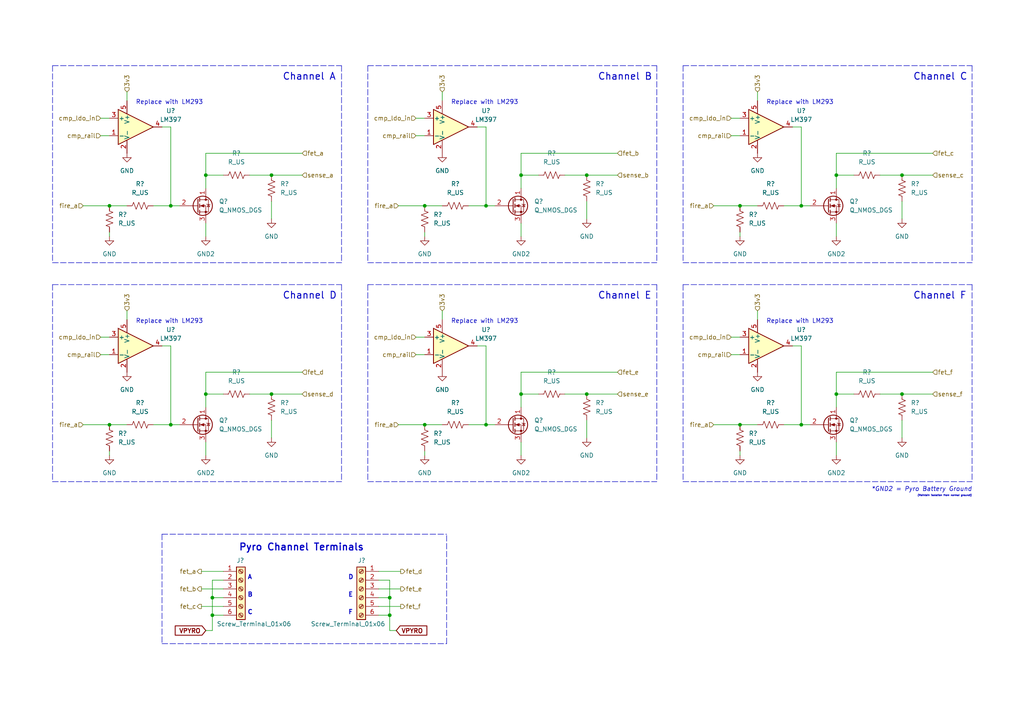
<source format=kicad_sch>
(kicad_sch (version 20211123) (generator eeschema)

  (uuid 39e58cd1-6714-4797-8ba5-9284e5304787)

  (paper "A4")

  (title_block
    (title "Altimeter Igniter Circuit Mk 1")
    (date "2022-07-29")
    (rev "1.0")
    (company "Illinois Space Society")
  )

  (lib_symbols
    (symbol "Comparator:LM397" (pin_names (offset 0.127)) (in_bom yes) (on_board yes)
      (property "Reference" "U" (id 0) (at 1.27 5.08 0)
        (effects (font (size 1.27 1.27)))
      )
      (property "Value" "LM397" (id 1) (at 3.81 -5.08 0)
        (effects (font (size 1.27 1.27)))
      )
      (property "Footprint" "Package_TO_SOT_SMD:SOT-23-5" (id 2) (at 1.27 -15.24 0)
        (effects (font (size 1.27 1.27)) hide)
      )
      (property "Datasheet" "http://www.ti.com/lit/ds/symlink/lm397.pdf" (id 3) (at 0 5.08 0)
        (effects (font (size 1.27 1.27)) hide)
      )
      (property "ki_keywords" "single comparator" (id 4) (at 0 0 0)
        (effects (font (size 1.27 1.27)) hide)
      )
      (property "ki_description" "Single General-Purpose Voltage Comparator with Open-Collector Output, SOT-23-5" (id 5) (at 0 0 0)
        (effects (font (size 1.27 1.27)) hide)
      )
      (property "ki_fp_filters" "SOT?23*" (id 6) (at 0 0 0)
        (effects (font (size 1.27 1.27)) hide)
      )
      (symbol "LM397_0_1"
        (polyline
          (pts
            (xy -5.08 5.08)
            (xy 5.08 0)
            (xy -5.08 -5.08)
            (xy -5.08 5.08)
          )
          (stroke (width 0.254) (type default) (color 0 0 0 0))
          (fill (type background))
        )
      )
      (symbol "LM397_1_1"
        (pin input line (at -7.62 -2.54 0) (length 2.54)
          (name "-" (effects (font (size 1.27 1.27))))
          (number "1" (effects (font (size 1.27 1.27))))
        )
        (pin power_in line (at -2.54 -7.62 90) (length 3.81)
          (name "V-" (effects (font (size 1.27 1.27))))
          (number "2" (effects (font (size 1.27 1.27))))
        )
        (pin input line (at -7.62 2.54 0) (length 2.54)
          (name "+" (effects (font (size 1.27 1.27))))
          (number "3" (effects (font (size 1.27 1.27))))
        )
        (pin open_collector line (at 7.62 0 180) (length 2.54)
          (name "~" (effects (font (size 1.27 1.27))))
          (number "4" (effects (font (size 1.27 1.27))))
        )
        (pin power_in line (at -2.54 7.62 270) (length 3.81)
          (name "V+" (effects (font (size 1.27 1.27))))
          (number "5" (effects (font (size 1.27 1.27))))
        )
      )
    )
    (symbol "Connector:Screw_Terminal_01x06" (pin_names (offset 1.016) hide) (in_bom yes) (on_board yes)
      (property "Reference" "J" (id 0) (at 0 7.62 0)
        (effects (font (size 1.27 1.27)))
      )
      (property "Value" "Screw_Terminal_01x06" (id 1) (at 0 -10.16 0)
        (effects (font (size 1.27 1.27)))
      )
      (property "Footprint" "" (id 2) (at 0 0 0)
        (effects (font (size 1.27 1.27)) hide)
      )
      (property "Datasheet" "~" (id 3) (at 0 0 0)
        (effects (font (size 1.27 1.27)) hide)
      )
      (property "ki_keywords" "screw terminal" (id 4) (at 0 0 0)
        (effects (font (size 1.27 1.27)) hide)
      )
      (property "ki_description" "Generic screw terminal, single row, 01x06, script generated (kicad-library-utils/schlib/autogen/connector/)" (id 5) (at 0 0 0)
        (effects (font (size 1.27 1.27)) hide)
      )
      (property "ki_fp_filters" "TerminalBlock*:*" (id 6) (at 0 0 0)
        (effects (font (size 1.27 1.27)) hide)
      )
      (symbol "Screw_Terminal_01x06_1_1"
        (rectangle (start -1.27 6.35) (end 1.27 -8.89)
          (stroke (width 0.254) (type default) (color 0 0 0 0))
          (fill (type background))
        )
        (circle (center 0 -7.62) (radius 0.635)
          (stroke (width 0.1524) (type default) (color 0 0 0 0))
          (fill (type none))
        )
        (circle (center 0 -5.08) (radius 0.635)
          (stroke (width 0.1524) (type default) (color 0 0 0 0))
          (fill (type none))
        )
        (circle (center 0 -2.54) (radius 0.635)
          (stroke (width 0.1524) (type default) (color 0 0 0 0))
          (fill (type none))
        )
        (polyline
          (pts
            (xy -0.5334 -7.2898)
            (xy 0.3302 -8.128)
          )
          (stroke (width 0.1524) (type default) (color 0 0 0 0))
          (fill (type none))
        )
        (polyline
          (pts
            (xy -0.5334 -4.7498)
            (xy 0.3302 -5.588)
          )
          (stroke (width 0.1524) (type default) (color 0 0 0 0))
          (fill (type none))
        )
        (polyline
          (pts
            (xy -0.5334 -2.2098)
            (xy 0.3302 -3.048)
          )
          (stroke (width 0.1524) (type default) (color 0 0 0 0))
          (fill (type none))
        )
        (polyline
          (pts
            (xy -0.5334 0.3302)
            (xy 0.3302 -0.508)
          )
          (stroke (width 0.1524) (type default) (color 0 0 0 0))
          (fill (type none))
        )
        (polyline
          (pts
            (xy -0.5334 2.8702)
            (xy 0.3302 2.032)
          )
          (stroke (width 0.1524) (type default) (color 0 0 0 0))
          (fill (type none))
        )
        (polyline
          (pts
            (xy -0.5334 5.4102)
            (xy 0.3302 4.572)
          )
          (stroke (width 0.1524) (type default) (color 0 0 0 0))
          (fill (type none))
        )
        (polyline
          (pts
            (xy -0.3556 -7.112)
            (xy 0.508 -7.9502)
          )
          (stroke (width 0.1524) (type default) (color 0 0 0 0))
          (fill (type none))
        )
        (polyline
          (pts
            (xy -0.3556 -4.572)
            (xy 0.508 -5.4102)
          )
          (stroke (width 0.1524) (type default) (color 0 0 0 0))
          (fill (type none))
        )
        (polyline
          (pts
            (xy -0.3556 -2.032)
            (xy 0.508 -2.8702)
          )
          (stroke (width 0.1524) (type default) (color 0 0 0 0))
          (fill (type none))
        )
        (polyline
          (pts
            (xy -0.3556 0.508)
            (xy 0.508 -0.3302)
          )
          (stroke (width 0.1524) (type default) (color 0 0 0 0))
          (fill (type none))
        )
        (polyline
          (pts
            (xy -0.3556 3.048)
            (xy 0.508 2.2098)
          )
          (stroke (width 0.1524) (type default) (color 0 0 0 0))
          (fill (type none))
        )
        (polyline
          (pts
            (xy -0.3556 5.588)
            (xy 0.508 4.7498)
          )
          (stroke (width 0.1524) (type default) (color 0 0 0 0))
          (fill (type none))
        )
        (circle (center 0 0) (radius 0.635)
          (stroke (width 0.1524) (type default) (color 0 0 0 0))
          (fill (type none))
        )
        (circle (center 0 2.54) (radius 0.635)
          (stroke (width 0.1524) (type default) (color 0 0 0 0))
          (fill (type none))
        )
        (circle (center 0 5.08) (radius 0.635)
          (stroke (width 0.1524) (type default) (color 0 0 0 0))
          (fill (type none))
        )
        (pin passive line (at -5.08 5.08 0) (length 3.81)
          (name "Pin_1" (effects (font (size 1.27 1.27))))
          (number "1" (effects (font (size 1.27 1.27))))
        )
        (pin passive line (at -5.08 2.54 0) (length 3.81)
          (name "Pin_2" (effects (font (size 1.27 1.27))))
          (number "2" (effects (font (size 1.27 1.27))))
        )
        (pin passive line (at -5.08 0 0) (length 3.81)
          (name "Pin_3" (effects (font (size 1.27 1.27))))
          (number "3" (effects (font (size 1.27 1.27))))
        )
        (pin passive line (at -5.08 -2.54 0) (length 3.81)
          (name "Pin_4" (effects (font (size 1.27 1.27))))
          (number "4" (effects (font (size 1.27 1.27))))
        )
        (pin passive line (at -5.08 -5.08 0) (length 3.81)
          (name "Pin_5" (effects (font (size 1.27 1.27))))
          (number "5" (effects (font (size 1.27 1.27))))
        )
        (pin passive line (at -5.08 -7.62 0) (length 3.81)
          (name "Pin_6" (effects (font (size 1.27 1.27))))
          (number "6" (effects (font (size 1.27 1.27))))
        )
      )
    )
    (symbol "Device:Q_NMOS_DGS" (pin_names (offset 0) hide) (in_bom yes) (on_board yes)
      (property "Reference" "Q" (id 0) (at 5.08 1.27 0)
        (effects (font (size 1.27 1.27)) (justify left))
      )
      (property "Value" "Q_NMOS_DGS" (id 1) (at 5.08 -1.27 0)
        (effects (font (size 1.27 1.27)) (justify left))
      )
      (property "Footprint" "" (id 2) (at 5.08 2.54 0)
        (effects (font (size 1.27 1.27)) hide)
      )
      (property "Datasheet" "~" (id 3) (at 0 0 0)
        (effects (font (size 1.27 1.27)) hide)
      )
      (property "ki_keywords" "transistor NMOS N-MOS N-MOSFET" (id 4) (at 0 0 0)
        (effects (font (size 1.27 1.27)) hide)
      )
      (property "ki_description" "N-MOSFET transistor, drain/gate/source" (id 5) (at 0 0 0)
        (effects (font (size 1.27 1.27)) hide)
      )
      (symbol "Q_NMOS_DGS_0_1"
        (polyline
          (pts
            (xy 0.254 0)
            (xy -2.54 0)
          )
          (stroke (width 0) (type default) (color 0 0 0 0))
          (fill (type none))
        )
        (polyline
          (pts
            (xy 0.254 1.905)
            (xy 0.254 -1.905)
          )
          (stroke (width 0.254) (type default) (color 0 0 0 0))
          (fill (type none))
        )
        (polyline
          (pts
            (xy 0.762 -1.27)
            (xy 0.762 -2.286)
          )
          (stroke (width 0.254) (type default) (color 0 0 0 0))
          (fill (type none))
        )
        (polyline
          (pts
            (xy 0.762 0.508)
            (xy 0.762 -0.508)
          )
          (stroke (width 0.254) (type default) (color 0 0 0 0))
          (fill (type none))
        )
        (polyline
          (pts
            (xy 0.762 2.286)
            (xy 0.762 1.27)
          )
          (stroke (width 0.254) (type default) (color 0 0 0 0))
          (fill (type none))
        )
        (polyline
          (pts
            (xy 2.54 2.54)
            (xy 2.54 1.778)
          )
          (stroke (width 0) (type default) (color 0 0 0 0))
          (fill (type none))
        )
        (polyline
          (pts
            (xy 2.54 -2.54)
            (xy 2.54 0)
            (xy 0.762 0)
          )
          (stroke (width 0) (type default) (color 0 0 0 0))
          (fill (type none))
        )
        (polyline
          (pts
            (xy 0.762 -1.778)
            (xy 3.302 -1.778)
            (xy 3.302 1.778)
            (xy 0.762 1.778)
          )
          (stroke (width 0) (type default) (color 0 0 0 0))
          (fill (type none))
        )
        (polyline
          (pts
            (xy 1.016 0)
            (xy 2.032 0.381)
            (xy 2.032 -0.381)
            (xy 1.016 0)
          )
          (stroke (width 0) (type default) (color 0 0 0 0))
          (fill (type outline))
        )
        (polyline
          (pts
            (xy 2.794 0.508)
            (xy 2.921 0.381)
            (xy 3.683 0.381)
            (xy 3.81 0.254)
          )
          (stroke (width 0) (type default) (color 0 0 0 0))
          (fill (type none))
        )
        (polyline
          (pts
            (xy 3.302 0.381)
            (xy 2.921 -0.254)
            (xy 3.683 -0.254)
            (xy 3.302 0.381)
          )
          (stroke (width 0) (type default) (color 0 0 0 0))
          (fill (type none))
        )
        (circle (center 1.651 0) (radius 2.794)
          (stroke (width 0.254) (type default) (color 0 0 0 0))
          (fill (type none))
        )
        (circle (center 2.54 -1.778) (radius 0.254)
          (stroke (width 0) (type default) (color 0 0 0 0))
          (fill (type outline))
        )
        (circle (center 2.54 1.778) (radius 0.254)
          (stroke (width 0) (type default) (color 0 0 0 0))
          (fill (type outline))
        )
      )
      (symbol "Q_NMOS_DGS_1_1"
        (pin passive line (at 2.54 5.08 270) (length 2.54)
          (name "D" (effects (font (size 1.27 1.27))))
          (number "1" (effects (font (size 1.27 1.27))))
        )
        (pin input line (at -5.08 0 0) (length 2.54)
          (name "G" (effects (font (size 1.27 1.27))))
          (number "2" (effects (font (size 1.27 1.27))))
        )
        (pin passive line (at 2.54 -5.08 90) (length 2.54)
          (name "S" (effects (font (size 1.27 1.27))))
          (number "3" (effects (font (size 1.27 1.27))))
        )
      )
    )
    (symbol "Device:R_US" (pin_numbers hide) (pin_names (offset 0)) (in_bom yes) (on_board yes)
      (property "Reference" "R" (id 0) (at 2.54 0 90)
        (effects (font (size 1.27 1.27)))
      )
      (property "Value" "R_US" (id 1) (at -2.54 0 90)
        (effects (font (size 1.27 1.27)))
      )
      (property "Footprint" "" (id 2) (at 1.016 -0.254 90)
        (effects (font (size 1.27 1.27)) hide)
      )
      (property "Datasheet" "~" (id 3) (at 0 0 0)
        (effects (font (size 1.27 1.27)) hide)
      )
      (property "ki_keywords" "R res resistor" (id 4) (at 0 0 0)
        (effects (font (size 1.27 1.27)) hide)
      )
      (property "ki_description" "Resistor, US symbol" (id 5) (at 0 0 0)
        (effects (font (size 1.27 1.27)) hide)
      )
      (property "ki_fp_filters" "R_*" (id 6) (at 0 0 0)
        (effects (font (size 1.27 1.27)) hide)
      )
      (symbol "R_US_0_1"
        (polyline
          (pts
            (xy 0 -2.286)
            (xy 0 -2.54)
          )
          (stroke (width 0) (type default) (color 0 0 0 0))
          (fill (type none))
        )
        (polyline
          (pts
            (xy 0 2.286)
            (xy 0 2.54)
          )
          (stroke (width 0) (type default) (color 0 0 0 0))
          (fill (type none))
        )
        (polyline
          (pts
            (xy 0 -0.762)
            (xy 1.016 -1.143)
            (xy 0 -1.524)
            (xy -1.016 -1.905)
            (xy 0 -2.286)
          )
          (stroke (width 0) (type default) (color 0 0 0 0))
          (fill (type none))
        )
        (polyline
          (pts
            (xy 0 0.762)
            (xy 1.016 0.381)
            (xy 0 0)
            (xy -1.016 -0.381)
            (xy 0 -0.762)
          )
          (stroke (width 0) (type default) (color 0 0 0 0))
          (fill (type none))
        )
        (polyline
          (pts
            (xy 0 2.286)
            (xy 1.016 1.905)
            (xy 0 1.524)
            (xy -1.016 1.143)
            (xy 0 0.762)
          )
          (stroke (width 0) (type default) (color 0 0 0 0))
          (fill (type none))
        )
      )
      (symbol "R_US_1_1"
        (pin passive line (at 0 3.81 270) (length 1.27)
          (name "~" (effects (font (size 1.27 1.27))))
          (number "1" (effects (font (size 1.27 1.27))))
        )
        (pin passive line (at 0 -3.81 90) (length 1.27)
          (name "~" (effects (font (size 1.27 1.27))))
          (number "2" (effects (font (size 1.27 1.27))))
        )
      )
    )
    (symbol "power:GND" (power) (pin_names (offset 0)) (in_bom yes) (on_board yes)
      (property "Reference" "#PWR" (id 0) (at 0 -6.35 0)
        (effects (font (size 1.27 1.27)) hide)
      )
      (property "Value" "GND" (id 1) (at 0 -3.81 0)
        (effects (font (size 1.27 1.27)))
      )
      (property "Footprint" "" (id 2) (at 0 0 0)
        (effects (font (size 1.27 1.27)) hide)
      )
      (property "Datasheet" "" (id 3) (at 0 0 0)
        (effects (font (size 1.27 1.27)) hide)
      )
      (property "ki_keywords" "power-flag" (id 4) (at 0 0 0)
        (effects (font (size 1.27 1.27)) hide)
      )
      (property "ki_description" "Power symbol creates a global label with name \"GND\" , ground" (id 5) (at 0 0 0)
        (effects (font (size 1.27 1.27)) hide)
      )
      (symbol "GND_0_1"
        (polyline
          (pts
            (xy 0 0)
            (xy 0 -1.27)
            (xy 1.27 -1.27)
            (xy 0 -2.54)
            (xy -1.27 -1.27)
            (xy 0 -1.27)
          )
          (stroke (width 0) (type default) (color 0 0 0 0))
          (fill (type none))
        )
      )
      (symbol "GND_1_1"
        (pin power_in line (at 0 0 270) (length 0) hide
          (name "GND" (effects (font (size 1.27 1.27))))
          (number "1" (effects (font (size 1.27 1.27))))
        )
      )
    )
    (symbol "power:GND2" (power) (pin_names (offset 0)) (in_bom yes) (on_board yes)
      (property "Reference" "#PWR" (id 0) (at 0 -6.35 0)
        (effects (font (size 1.27 1.27)) hide)
      )
      (property "Value" "GND2" (id 1) (at 0 -3.81 0)
        (effects (font (size 1.27 1.27)))
      )
      (property "Footprint" "" (id 2) (at 0 0 0)
        (effects (font (size 1.27 1.27)) hide)
      )
      (property "Datasheet" "" (id 3) (at 0 0 0)
        (effects (font (size 1.27 1.27)) hide)
      )
      (property "ki_keywords" "power-flag" (id 4) (at 0 0 0)
        (effects (font (size 1.27 1.27)) hide)
      )
      (property "ki_description" "Power symbol creates a global label with name \"GND2\" , ground" (id 5) (at 0 0 0)
        (effects (font (size 1.27 1.27)) hide)
      )
      (symbol "GND2_0_1"
        (polyline
          (pts
            (xy 0 0)
            (xy 0 -1.27)
            (xy 1.27 -1.27)
            (xy 0 -2.54)
            (xy -1.27 -1.27)
            (xy 0 -1.27)
          )
          (stroke (width 0) (type default) (color 0 0 0 0))
          (fill (type none))
        )
      )
      (symbol "GND2_1_1"
        (pin power_in line (at 0 0 270) (length 0) hide
          (name "GND2" (effects (font (size 1.27 1.27))))
          (number "1" (effects (font (size 1.27 1.27))))
        )
      )
    )
  )

  (junction (at 31.75 59.69) (diameter 0) (color 0 0 0 0)
    (uuid 07e7d06b-9ae6-414c-b365-22291bf27e40)
  )
  (junction (at 140.97 123.19) (diameter 0) (color 0 0 0 0)
    (uuid 089b344e-1aee-493e-b452-2396163cf36b)
  )
  (junction (at 61.595 178.435) (diameter 0) (color 0 0 0 0)
    (uuid 1402b2d3-51d8-4cba-a533-1cc80f2d5650)
  )
  (junction (at 123.19 123.19) (diameter 0) (color 0 0 0 0)
    (uuid 163b5430-24af-4ddd-9878-8e7e6b227a7c)
  )
  (junction (at 31.75 123.19) (diameter 0) (color 0 0 0 0)
    (uuid 1a53db36-267a-488b-a7dd-653352f45a28)
  )
  (junction (at 151.13 114.3) (diameter 0) (color 0 0 0 0)
    (uuid 2f9ae09a-9587-4e11-aed5-85108556324e)
  )
  (junction (at 170.18 50.8) (diameter 0) (color 0 0 0 0)
    (uuid 31356bc6-cbef-4127-a3b6-6a0eb4089acc)
  )
  (junction (at 59.69 114.3) (diameter 0) (color 0 0 0 0)
    (uuid 36ee1aa0-5f0e-4879-a132-2884907b5708)
  )
  (junction (at 261.62 114.3) (diameter 0) (color 0 0 0 0)
    (uuid 4f664af7-4f2d-4cbf-a87b-54a32663e74f)
  )
  (junction (at 49.53 123.19) (diameter 0) (color 0 0 0 0)
    (uuid 70de6281-0b5e-4097-af6d-53deaa9b2efb)
  )
  (junction (at 242.57 50.8) (diameter 0) (color 0 0 0 0)
    (uuid 7e67bf5f-d8a5-46d5-a431-9bfa40bca0d4)
  )
  (junction (at 113.03 178.435) (diameter 0) (color 0 0 0 0)
    (uuid 899613f7-196a-47c9-9ca9-67dd66605a3b)
  )
  (junction (at 61.595 173.355) (diameter 0) (color 0 0 0 0)
    (uuid 9112b980-f719-4f75-b7d0-e7cd50939aa2)
  )
  (junction (at 232.41 123.19) (diameter 0) (color 0 0 0 0)
    (uuid 961186cf-03d4-4ec6-8e2b-565699c63934)
  )
  (junction (at 78.74 114.3) (diameter 0) (color 0 0 0 0)
    (uuid 9a9450a1-2178-4ed6-b6f4-d61af0eacbb3)
  )
  (junction (at 214.63 59.69) (diameter 0) (color 0 0 0 0)
    (uuid a61bfeb8-cdf0-4fb3-9c54-7feb2397c69f)
  )
  (junction (at 261.62 50.8) (diameter 0) (color 0 0 0 0)
    (uuid ac57d93d-cb51-41cc-b479-8b02c06ad0fd)
  )
  (junction (at 113.03 173.355) (diameter 0) (color 0 0 0 0)
    (uuid b461aca3-f325-4724-af13-204087dfccaa)
  )
  (junction (at 242.57 114.3) (diameter 0) (color 0 0 0 0)
    (uuid bc9fcd53-4b25-4581-9938-289b9137e7e2)
  )
  (junction (at 78.74 50.8) (diameter 0) (color 0 0 0 0)
    (uuid c1368f2d-53ec-4682-be0c-b1e82b3a6c7b)
  )
  (junction (at 49.53 59.69) (diameter 0) (color 0 0 0 0)
    (uuid c4b91534-1798-4ee7-adf6-2ca84b7315ff)
  )
  (junction (at 59.69 50.8) (diameter 0) (color 0 0 0 0)
    (uuid c7654c06-c292-41fc-88aa-6f5c7568f9a9)
  )
  (junction (at 151.13 50.8) (diameter 0) (color 0 0 0 0)
    (uuid cb3ac2f1-8c46-4ddf-a296-ab08900ac0c4)
  )
  (junction (at 232.41 59.69) (diameter 0) (color 0 0 0 0)
    (uuid cc2a4b5e-c6b8-48b2-9b43-6bb2c24005c8)
  )
  (junction (at 170.18 114.3) (diameter 0) (color 0 0 0 0)
    (uuid d22ab659-a814-400d-a815-5796c1047cf1)
  )
  (junction (at 140.97 59.69) (diameter 0) (color 0 0 0 0)
    (uuid d8b4188a-2be0-41bb-8bae-9b4a844baf57)
  )
  (junction (at 214.63 123.19) (diameter 0) (color 0 0 0 0)
    (uuid e7111be9-2a34-4848-9e8b-7e57e5ee7dc6)
  )
  (junction (at 123.19 59.69) (diameter 0) (color 0 0 0 0)
    (uuid f1788b8d-8eb7-4dd8-a0af-21a18b1b89a2)
  )

  (polyline (pts (xy 281.94 82.55) (xy 281.94 139.7))
    (stroke (width 0) (type default) (color 0 0 0 0))
    (uuid 0019ef53-c378-40eb-b1e1-d14ee52d9851)
  )
  (polyline (pts (xy 198.12 19.05) (xy 198.12 76.2))
    (stroke (width 0) (type default) (color 0 0 0 0))
    (uuid 019bf19d-49b4-42ba-9666-a9036f2e7507)
  )
  (polyline (pts (xy 198.12 139.7) (xy 281.94 139.7))
    (stroke (width 0) (type default) (color 0 0 0 0))
    (uuid 01e18bed-08d3-42fb-b20d-7995d4a2ff9e)
  )

  (wire (pts (xy 120.65 39.37) (xy 123.19 39.37))
    (stroke (width 0) (type default) (color 0 0 0 0))
    (uuid 01f3eab7-5004-43c8-908f-328386a502fc)
  )
  (wire (pts (xy 61.595 168.275) (xy 64.77 168.275))
    (stroke (width 0) (type default) (color 0 0 0 0))
    (uuid 0596774e-2f15-4e72-9b00-12ca5ef29051)
  )
  (wire (pts (xy 58.42 165.735) (xy 64.77 165.735))
    (stroke (width 0) (type default) (color 0 0 0 0))
    (uuid 08e4dee9-e888-4f18-9288-9d80a8544bcd)
  )
  (wire (pts (xy 227.33 123.19) (xy 232.41 123.19))
    (stroke (width 0) (type default) (color 0 0 0 0))
    (uuid 099fb027-9c2f-4c1a-8449-904fdf7318d2)
  )
  (wire (pts (xy 59.69 64.77) (xy 59.69 68.58))
    (stroke (width 0) (type default) (color 0 0 0 0))
    (uuid 0d189dee-149e-4e4f-b64f-41684e9106eb)
  )
  (wire (pts (xy 140.97 36.83) (xy 140.97 59.69))
    (stroke (width 0) (type default) (color 0 0 0 0))
    (uuid 1062c9e5-3717-408b-9dad-996afaa7cb48)
  )
  (wire (pts (xy 72.39 50.8) (xy 78.74 50.8))
    (stroke (width 0) (type default) (color 0 0 0 0))
    (uuid 1145da38-02f4-43ff-8c69-dc0fb97c4e4b)
  )
  (wire (pts (xy 113.03 182.88) (xy 114.935 182.88))
    (stroke (width 0) (type default) (color 0 0 0 0))
    (uuid 12e15233-5e36-4974-9739-c7a9098bf1d8)
  )
  (wire (pts (xy 31.75 67.31) (xy 31.75 68.58))
    (stroke (width 0) (type default) (color 0 0 0 0))
    (uuid 12f155f6-6660-491c-9461-c65ca573488b)
  )
  (wire (pts (xy 138.43 100.33) (xy 140.97 100.33))
    (stroke (width 0) (type default) (color 0 0 0 0))
    (uuid 1379b933-7a16-440d-b1aa-8dc4c22e3e24)
  )
  (wire (pts (xy 29.21 39.37) (xy 31.75 39.37))
    (stroke (width 0) (type default) (color 0 0 0 0))
    (uuid 17f545ca-5553-4924-b47d-96b62e0a38e5)
  )
  (wire (pts (xy 242.57 114.3) (xy 242.57 107.95))
    (stroke (width 0) (type default) (color 0 0 0 0))
    (uuid 1b70c8e2-43ab-47e5-b2eb-15c183455b85)
  )
  (polyline (pts (xy 198.12 82.55) (xy 281.94 82.55))
    (stroke (width 0) (type default) (color 0 0 0 0))
    (uuid 1e52120b-852b-4b0b-a751-72499b1d76d1)
  )

  (wire (pts (xy 59.69 114.3) (xy 64.77 114.3))
    (stroke (width 0) (type default) (color 0 0 0 0))
    (uuid 20cd4deb-9f47-4d7d-a466-aa4edfbfd683)
  )
  (wire (pts (xy 219.71 90.17) (xy 219.71 92.71))
    (stroke (width 0) (type default) (color 0 0 0 0))
    (uuid 22b94258-dbe8-46b9-91d0-afd9fce7747c)
  )
  (polyline (pts (xy 15.24 19.05) (xy 99.06 19.05))
    (stroke (width 0) (type default) (color 0 0 0 0))
    (uuid 2401f185-21dd-401b-89fd-4ce792e5edef)
  )

  (wire (pts (xy 115.57 59.69) (xy 123.19 59.69))
    (stroke (width 0) (type default) (color 0 0 0 0))
    (uuid 24f1ed53-b3f1-403f-ab7c-4fc7889918ed)
  )
  (wire (pts (xy 24.13 59.69) (xy 31.75 59.69))
    (stroke (width 0) (type default) (color 0 0 0 0))
    (uuid 24fad9f7-d9b4-4d41-a8c5-e202cf2158f3)
  )
  (polyline (pts (xy 106.68 76.2) (xy 190.5 76.2))
    (stroke (width 0) (type default) (color 0 0 0 0))
    (uuid 25f51f42-1058-4990-a0e9-e9b886f004b1)
  )

  (wire (pts (xy 232.41 100.33) (xy 232.41 123.19))
    (stroke (width 0) (type default) (color 0 0 0 0))
    (uuid 271edc08-f8a9-4b75-8179-06cbdd8464a1)
  )
  (polyline (pts (xy 129.54 186.69) (xy 129.54 154.94))
    (stroke (width 0) (type default) (color 0 0 0 0))
    (uuid 2bbc22d8-6024-428b-93af-14ab412372e2)
  )
  (polyline (pts (xy 15.24 19.05) (xy 15.24 76.2))
    (stroke (width 0) (type default) (color 0 0 0 0))
    (uuid 301c2522-bcd7-41ca-ba89-8fcab7a88578)
  )

  (wire (pts (xy 151.13 114.3) (xy 156.21 114.3))
    (stroke (width 0) (type default) (color 0 0 0 0))
    (uuid 30f30778-e9d2-409f-94e7-7a4b58eb9da4)
  )
  (wire (pts (xy 255.27 114.3) (xy 261.62 114.3))
    (stroke (width 0) (type default) (color 0 0 0 0))
    (uuid 3386012e-be0d-46f1-9939-7c926d845551)
  )
  (wire (pts (xy 59.69 118.11) (xy 59.69 114.3))
    (stroke (width 0) (type default) (color 0 0 0 0))
    (uuid 346cfe40-c06a-4e5a-ab9e-e8439bd839b7)
  )
  (wire (pts (xy 170.18 58.42) (xy 170.18 63.5))
    (stroke (width 0) (type default) (color 0 0 0 0))
    (uuid 36e90793-9712-4f8f-b8d8-f7f151fc6e6b)
  )
  (polyline (pts (xy 198.12 82.55) (xy 198.12 139.7))
    (stroke (width 0) (type default) (color 0 0 0 0))
    (uuid 37b3aaec-e54a-4a6d-8ab7-7c75be29af65)
  )

  (wire (pts (xy 113.03 173.355) (xy 113.03 168.275))
    (stroke (width 0) (type default) (color 0 0 0 0))
    (uuid 38977536-30b1-43ae-8e9a-da22bbd55055)
  )
  (wire (pts (xy 212.09 102.87) (xy 214.63 102.87))
    (stroke (width 0) (type default) (color 0 0 0 0))
    (uuid 3a4d804b-6392-4579-b910-30282b8bd848)
  )
  (wire (pts (xy 163.83 50.8) (xy 170.18 50.8))
    (stroke (width 0) (type default) (color 0 0 0 0))
    (uuid 3a56e221-f13e-4826-b687-c80655193652)
  )
  (wire (pts (xy 59.69 114.3) (xy 59.69 107.95))
    (stroke (width 0) (type default) (color 0 0 0 0))
    (uuid 3ab8397b-a0f4-40ef-9f2a-231fe2e3c617)
  )
  (wire (pts (xy 31.75 59.69) (xy 36.83 59.69))
    (stroke (width 0) (type default) (color 0 0 0 0))
    (uuid 3be2acf4-5222-44fa-8f65-590f093f3db6)
  )
  (wire (pts (xy 219.71 26.67) (xy 219.71 29.21))
    (stroke (width 0) (type default) (color 0 0 0 0))
    (uuid 3d83e73b-155e-4d67-a3b9-465bc86bbaa8)
  )
  (wire (pts (xy 36.83 90.17) (xy 36.83 92.71))
    (stroke (width 0) (type default) (color 0 0 0 0))
    (uuid 3eacd81b-5502-4ec5-9725-d912abd6526f)
  )
  (wire (pts (xy 116.205 165.735) (xy 109.855 165.735))
    (stroke (width 0) (type default) (color 0 0 0 0))
    (uuid 45d1d647-4136-4b3d-aa56-4f54c632c538)
  )
  (wire (pts (xy 151.13 114.3) (xy 151.13 107.95))
    (stroke (width 0) (type default) (color 0 0 0 0))
    (uuid 46f56cc1-7f29-42c2-8578-97aa4c1088ec)
  )
  (wire (pts (xy 123.19 59.69) (xy 128.27 59.69))
    (stroke (width 0) (type default) (color 0 0 0 0))
    (uuid 47b5b7fa-0d40-464e-afdf-ce2a6b1f012c)
  )
  (wire (pts (xy 61.595 178.435) (xy 61.595 182.88))
    (stroke (width 0) (type default) (color 0 0 0 0))
    (uuid 4819b7e1-18fc-4192-a041-2bfb0e2e9c8f)
  )
  (wire (pts (xy 29.21 34.29) (xy 31.75 34.29))
    (stroke (width 0) (type default) (color 0 0 0 0))
    (uuid 49162be8-c048-4fc7-8acb-91ddf6d5f068)
  )
  (wire (pts (xy 135.89 59.69) (xy 140.97 59.69))
    (stroke (width 0) (type default) (color 0 0 0 0))
    (uuid 4adbf3b4-b73d-4139-b074-3358751a6cab)
  )
  (wire (pts (xy 115.57 123.19) (xy 123.19 123.19))
    (stroke (width 0) (type default) (color 0 0 0 0))
    (uuid 4c168ea5-f133-4bc3-bb09-48920b694619)
  )
  (wire (pts (xy 78.74 58.42) (xy 78.74 63.5))
    (stroke (width 0) (type default) (color 0 0 0 0))
    (uuid 4c299d2f-1c61-4d38-8d85-d92aba4f3b09)
  )
  (wire (pts (xy 261.62 121.92) (xy 261.62 127))
    (stroke (width 0) (type default) (color 0 0 0 0))
    (uuid 4dc142f3-6b63-42c6-b65e-ebf1a6054512)
  )
  (polyline (pts (xy 106.68 139.7) (xy 190.5 139.7))
    (stroke (width 0) (type default) (color 0 0 0 0))
    (uuid 4e81bd99-8a51-4474-8961-08ee0248c26d)
  )

  (wire (pts (xy 59.69 54.61) (xy 59.69 50.8))
    (stroke (width 0) (type default) (color 0 0 0 0))
    (uuid 4eb61d07-ff2f-4252-ab09-aec0202fb797)
  )
  (wire (pts (xy 61.595 173.355) (xy 61.595 168.275))
    (stroke (width 0) (type default) (color 0 0 0 0))
    (uuid 501d19de-8309-4eb1-8d83-b122f0e61e6e)
  )
  (wire (pts (xy 59.69 50.8) (xy 64.77 50.8))
    (stroke (width 0) (type default) (color 0 0 0 0))
    (uuid 50ff5090-cdca-4d6f-bbfb-4824a9645292)
  )
  (wire (pts (xy 123.19 130.81) (xy 123.19 132.08))
    (stroke (width 0) (type default) (color 0 0 0 0))
    (uuid 53efb268-463f-4048-b624-a3e7774bc048)
  )
  (polyline (pts (xy 46.99 154.94) (xy 46.99 186.69))
    (stroke (width 0) (type default) (color 0 0 0 0))
    (uuid 5428d36c-7f37-4111-bd17-0fbf668e401d)
  )

  (wire (pts (xy 49.53 36.83) (xy 49.53 59.69))
    (stroke (width 0) (type default) (color 0 0 0 0))
    (uuid 58be0d52-763c-47fc-894d-f597f43c999f)
  )
  (polyline (pts (xy 99.06 82.55) (xy 99.06 139.7))
    (stroke (width 0) (type default) (color 0 0 0 0))
    (uuid 5970db3d-9a62-492f-aa51-c0858801c1c6)
  )

  (wire (pts (xy 170.18 114.3) (xy 179.07 114.3))
    (stroke (width 0) (type default) (color 0 0 0 0))
    (uuid 5cc7e518-5b3a-4998-aca4-117dcc089c5c)
  )
  (wire (pts (xy 242.57 50.8) (xy 242.57 44.45))
    (stroke (width 0) (type default) (color 0 0 0 0))
    (uuid 6042d802-8e68-44cc-b3f1-5f0f9d425c9e)
  )
  (wire (pts (xy 61.595 178.435) (xy 61.595 173.355))
    (stroke (width 0) (type default) (color 0 0 0 0))
    (uuid 6177d85d-df92-44c0-8a17-acb12b3aa18a)
  )
  (wire (pts (xy 242.57 114.3) (xy 247.65 114.3))
    (stroke (width 0) (type default) (color 0 0 0 0))
    (uuid 689397e8-ab8f-4b07-9789-e39dde1e5e7b)
  )
  (wire (pts (xy 113.03 168.275) (xy 109.855 168.275))
    (stroke (width 0) (type default) (color 0 0 0 0))
    (uuid 68a44e3f-76e3-479e-9cb6-922e42e000eb)
  )
  (wire (pts (xy 212.09 97.79) (xy 214.63 97.79))
    (stroke (width 0) (type default) (color 0 0 0 0))
    (uuid 691a3b26-abda-4de3-a7ee-32876584da71)
  )
  (wire (pts (xy 207.01 123.19) (xy 214.63 123.19))
    (stroke (width 0) (type default) (color 0 0 0 0))
    (uuid 695a6eb6-1bf7-459d-b5ad-d9b117d2551c)
  )
  (wire (pts (xy 123.19 123.19) (xy 128.27 123.19))
    (stroke (width 0) (type default) (color 0 0 0 0))
    (uuid 6a20c61d-3d22-420b-b030-215379958506)
  )
  (polyline (pts (xy 190.5 82.55) (xy 190.5 139.7))
    (stroke (width 0) (type default) (color 0 0 0 0))
    (uuid 6a3a41f6-d397-418d-94a3-07067e9afd7f)
  )

  (wire (pts (xy 151.13 107.95) (xy 179.07 107.95))
    (stroke (width 0) (type default) (color 0 0 0 0))
    (uuid 6a84f3d0-bc0d-43e2-849d-d97149b639ae)
  )
  (wire (pts (xy 58.42 175.895) (xy 64.77 175.895))
    (stroke (width 0) (type default) (color 0 0 0 0))
    (uuid 6ce6af6f-116d-48fe-848c-9690efcc081f)
  )
  (wire (pts (xy 135.89 123.19) (xy 140.97 123.19))
    (stroke (width 0) (type default) (color 0 0 0 0))
    (uuid 6d9bab56-008e-4491-9e95-10ccf843d739)
  )
  (wire (pts (xy 151.13 128.27) (xy 151.13 132.08))
    (stroke (width 0) (type default) (color 0 0 0 0))
    (uuid 6dd044ed-fa35-4f02-8c1a-352160e9ce36)
  )
  (wire (pts (xy 128.27 26.67) (xy 128.27 29.21))
    (stroke (width 0) (type default) (color 0 0 0 0))
    (uuid 6f4e1bbd-d555-4353-aa28-4ae6e8c426f8)
  )
  (wire (pts (xy 24.13 123.19) (xy 31.75 123.19))
    (stroke (width 0) (type default) (color 0 0 0 0))
    (uuid 71dd56c7-38fa-4835-b0fe-e8e83d4bd278)
  )
  (wire (pts (xy 151.13 50.8) (xy 151.13 44.45))
    (stroke (width 0) (type default) (color 0 0 0 0))
    (uuid 73244762-f4b1-457b-b88e-da5883913139)
  )
  (wire (pts (xy 61.595 173.355) (xy 64.77 173.355))
    (stroke (width 0) (type default) (color 0 0 0 0))
    (uuid 73b31753-3c45-42e3-b3ae-f7efbb54cbdf)
  )
  (wire (pts (xy 255.27 50.8) (xy 261.62 50.8))
    (stroke (width 0) (type default) (color 0 0 0 0))
    (uuid 73c6d90d-1442-4ff7-9738-9018ef457d85)
  )
  (polyline (pts (xy 46.99 186.69) (xy 129.54 186.69))
    (stroke (width 0) (type default) (color 0 0 0 0))
    (uuid 776e3bef-cefa-4aa9-86cc-80d2cc6fb915)
  )

  (wire (pts (xy 44.45 123.19) (xy 49.53 123.19))
    (stroke (width 0) (type default) (color 0 0 0 0))
    (uuid 7a4169a1-cf9c-4b47-9665-23d4a71552cb)
  )
  (wire (pts (xy 151.13 64.77) (xy 151.13 68.58))
    (stroke (width 0) (type default) (color 0 0 0 0))
    (uuid 7c655d0f-f075-4dff-b729-20a832889f7a)
  )
  (wire (pts (xy 120.65 97.79) (xy 123.19 97.79))
    (stroke (width 0) (type default) (color 0 0 0 0))
    (uuid 7f8fcbcd-4b80-4d49-bdbb-ad8eaf9be890)
  )
  (wire (pts (xy 116.205 170.815) (xy 109.855 170.815))
    (stroke (width 0) (type default) (color 0 0 0 0))
    (uuid 8097ef2a-4371-4f48-a73f-bea390cf44c9)
  )
  (wire (pts (xy 29.21 97.79) (xy 31.75 97.79))
    (stroke (width 0) (type default) (color 0 0 0 0))
    (uuid 8304ff21-fdb3-4e53-9a01-3119a92cfacc)
  )
  (polyline (pts (xy 281.94 19.05) (xy 281.94 76.2))
    (stroke (width 0) (type default) (color 0 0 0 0))
    (uuid 841ce566-588b-4d65-bef0-df261713a0e8)
  )

  (wire (pts (xy 59.69 182.88) (xy 61.595 182.88))
    (stroke (width 0) (type default) (color 0 0 0 0))
    (uuid 86863e31-2e43-425e-9a61-31302598322d)
  )
  (wire (pts (xy 212.09 39.37) (xy 214.63 39.37))
    (stroke (width 0) (type default) (color 0 0 0 0))
    (uuid 88453608-e4a5-48b4-afa1-c48ab4089105)
  )
  (wire (pts (xy 31.75 130.81) (xy 31.75 132.08))
    (stroke (width 0) (type default) (color 0 0 0 0))
    (uuid 8b65bb4e-5c9d-4467-ac65-a8101b99137e)
  )
  (wire (pts (xy 170.18 121.92) (xy 170.18 127))
    (stroke (width 0) (type default) (color 0 0 0 0))
    (uuid 8b89fec3-1c00-444c-b995-16616b159690)
  )
  (wire (pts (xy 49.53 100.33) (xy 49.53 123.19))
    (stroke (width 0) (type default) (color 0 0 0 0))
    (uuid 8bd185e4-863f-46ed-90fc-f2bcc32cab01)
  )
  (wire (pts (xy 113.03 173.355) (xy 109.855 173.355))
    (stroke (width 0) (type default) (color 0 0 0 0))
    (uuid 8d99dd39-8c46-4d73-974d-4c67501a1a46)
  )
  (polyline (pts (xy 15.24 76.2) (xy 99.06 76.2))
    (stroke (width 0) (type default) (color 0 0 0 0))
    (uuid 8e89170b-6d5e-4a68-a165-fa2dfbf11795)
  )

  (wire (pts (xy 227.33 59.69) (xy 232.41 59.69))
    (stroke (width 0) (type default) (color 0 0 0 0))
    (uuid 8f276585-9a02-4077-a15e-e8c83c522b42)
  )
  (wire (pts (xy 163.83 114.3) (xy 170.18 114.3))
    (stroke (width 0) (type default) (color 0 0 0 0))
    (uuid 9007df80-e5e5-42f4-8adf-260231276284)
  )
  (wire (pts (xy 242.57 50.8) (xy 247.65 50.8))
    (stroke (width 0) (type default) (color 0 0 0 0))
    (uuid 912a53d9-a309-4fbc-a8db-7fd495c2e34a)
  )
  (polyline (pts (xy 190.5 19.05) (xy 190.5 76.2))
    (stroke (width 0) (type default) (color 0 0 0 0))
    (uuid 913ee786-b85a-45fa-b3e4-d05a5a356b4e)
  )

  (wire (pts (xy 242.57 44.45) (xy 270.51 44.45))
    (stroke (width 0) (type default) (color 0 0 0 0))
    (uuid 91befa68-7135-455d-b06a-e1380f5d53a5)
  )
  (wire (pts (xy 151.13 50.8) (xy 156.21 50.8))
    (stroke (width 0) (type default) (color 0 0 0 0))
    (uuid 927de166-b20b-48fc-b0f1-61259b01c539)
  )
  (wire (pts (xy 232.41 59.69) (xy 234.95 59.69))
    (stroke (width 0) (type default) (color 0 0 0 0))
    (uuid 92bc88ae-1770-48aa-96f7-56805059585d)
  )
  (wire (pts (xy 29.21 102.87) (xy 31.75 102.87))
    (stroke (width 0) (type default) (color 0 0 0 0))
    (uuid 939a9a63-7b7a-4a13-949c-7d721c7fb1c1)
  )
  (wire (pts (xy 242.57 64.77) (xy 242.57 68.58))
    (stroke (width 0) (type default) (color 0 0 0 0))
    (uuid 96c179e2-9c66-44d4-ae23-fe117559d73a)
  )
  (wire (pts (xy 59.69 128.27) (xy 59.69 132.08))
    (stroke (width 0) (type default) (color 0 0 0 0))
    (uuid 9b324429-8ac5-46ca-b217-aac37ab276aa)
  )
  (wire (pts (xy 78.74 50.8) (xy 87.63 50.8))
    (stroke (width 0) (type default) (color 0 0 0 0))
    (uuid 9d39a02a-58d5-4c2b-b30f-d72cf826cc7f)
  )
  (wire (pts (xy 229.87 36.83) (xy 232.41 36.83))
    (stroke (width 0) (type default) (color 0 0 0 0))
    (uuid 9e1f6766-a0fe-4795-adc8-80a7c462552c)
  )
  (wire (pts (xy 214.63 67.31) (xy 214.63 68.58))
    (stroke (width 0) (type default) (color 0 0 0 0))
    (uuid a329e35a-e4de-4c3d-9d65-fd75c42e46bc)
  )
  (wire (pts (xy 128.27 90.17) (xy 128.27 92.71))
    (stroke (width 0) (type default) (color 0 0 0 0))
    (uuid a5d4ba97-facb-4f64-a228-dc4332b9a81d)
  )
  (wire (pts (xy 151.13 118.11) (xy 151.13 114.3))
    (stroke (width 0) (type default) (color 0 0 0 0))
    (uuid ac1035f6-e67b-4f6b-8761-1799bf73a4ab)
  )
  (wire (pts (xy 151.13 44.45) (xy 179.07 44.45))
    (stroke (width 0) (type default) (color 0 0 0 0))
    (uuid aea2e9d0-b825-4e46-97e7-02c9d74ecfbd)
  )
  (wire (pts (xy 113.03 178.435) (xy 113.03 182.88))
    (stroke (width 0) (type default) (color 0 0 0 0))
    (uuid aebe1af7-891d-4936-81b5-e4916d7cae9e)
  )
  (wire (pts (xy 113.03 178.435) (xy 113.03 173.355))
    (stroke (width 0) (type default) (color 0 0 0 0))
    (uuid af024fcf-6967-44cc-af7f-c51773177d12)
  )
  (wire (pts (xy 138.43 36.83) (xy 140.97 36.83))
    (stroke (width 0) (type default) (color 0 0 0 0))
    (uuid b132e6a6-2818-423e-9567-cca44c62bb3c)
  )
  (wire (pts (xy 123.19 67.31) (xy 123.19 68.58))
    (stroke (width 0) (type default) (color 0 0 0 0))
    (uuid b2c57c28-5510-4373-ad79-3e394c438a15)
  )
  (wire (pts (xy 214.63 130.81) (xy 214.63 132.08))
    (stroke (width 0) (type default) (color 0 0 0 0))
    (uuid b3b82ef1-e394-4772-8579-836bd1543e66)
  )
  (wire (pts (xy 72.39 114.3) (xy 78.74 114.3))
    (stroke (width 0) (type default) (color 0 0 0 0))
    (uuid b48cc555-c070-44dc-92b7-2f504d1003c1)
  )
  (polyline (pts (xy 198.12 19.05) (xy 281.94 19.05))
    (stroke (width 0) (type default) (color 0 0 0 0))
    (uuid b5fb12b3-a2af-4aae-b992-58072cf6b8e5)
  )
  (polyline (pts (xy 15.24 82.55) (xy 15.24 139.7))
    (stroke (width 0) (type default) (color 0 0 0 0))
    (uuid bbf3957b-71c6-439f-bce7-240a52370ee7)
  )

  (wire (pts (xy 109.855 178.435) (xy 113.03 178.435))
    (stroke (width 0) (type default) (color 0 0 0 0))
    (uuid bebb7732-5eed-4845-9a00-1674c228928b)
  )
  (polyline (pts (xy 106.68 82.55) (xy 106.68 139.7))
    (stroke (width 0) (type default) (color 0 0 0 0))
    (uuid bf49d412-e105-4add-a5f4-41d199ee19c3)
  )

  (wire (pts (xy 49.53 123.19) (xy 52.07 123.19))
    (stroke (width 0) (type default) (color 0 0 0 0))
    (uuid bfacdf39-b685-4309-8f5c-63416f7a1d3d)
  )
  (wire (pts (xy 36.83 26.67) (xy 36.83 29.21))
    (stroke (width 0) (type default) (color 0 0 0 0))
    (uuid c9fae3d0-c11b-4210-89ba-85889479b42a)
  )
  (wire (pts (xy 120.65 102.87) (xy 123.19 102.87))
    (stroke (width 0) (type default) (color 0 0 0 0))
    (uuid ca64e412-8ab8-4d9e-b2fd-65c7ff919a91)
  )
  (wire (pts (xy 140.97 100.33) (xy 140.97 123.19))
    (stroke (width 0) (type default) (color 0 0 0 0))
    (uuid ca8866e4-a514-4ea1-a760-503239a2f37d)
  )
  (wire (pts (xy 59.69 44.45) (xy 87.63 44.45))
    (stroke (width 0) (type default) (color 0 0 0 0))
    (uuid caa8ed69-d2ca-4970-a818-30121f1827ec)
  )
  (wire (pts (xy 207.01 59.69) (xy 214.63 59.69))
    (stroke (width 0) (type default) (color 0 0 0 0))
    (uuid cb463dd1-b708-46da-8924-86f6606263b4)
  )
  (wire (pts (xy 46.99 36.83) (xy 49.53 36.83))
    (stroke (width 0) (type default) (color 0 0 0 0))
    (uuid cefb578e-f254-4264-b081-1f0ed7b7c3e8)
  )
  (wire (pts (xy 232.41 123.19) (xy 234.95 123.19))
    (stroke (width 0) (type default) (color 0 0 0 0))
    (uuid cf12aed9-1382-4ca3-afe8-dd6857be7e49)
  )
  (wire (pts (xy 78.74 121.92) (xy 78.74 127))
    (stroke (width 0) (type default) (color 0 0 0 0))
    (uuid d0f0f3f3-bb1c-4bc5-b9f1-c06005ea9cfa)
  )
  (wire (pts (xy 242.57 54.61) (xy 242.57 50.8))
    (stroke (width 0) (type default) (color 0 0 0 0))
    (uuid d0f21212-6b49-432a-a3b7-7433c2d9323b)
  )
  (wire (pts (xy 242.57 118.11) (xy 242.57 114.3))
    (stroke (width 0) (type default) (color 0 0 0 0))
    (uuid d1aa5d62-a668-4250-8dd6-d1759892a42a)
  )
  (polyline (pts (xy 106.68 19.05) (xy 106.68 76.2))
    (stroke (width 0) (type default) (color 0 0 0 0))
    (uuid d23a6b67-a8e6-4c1c-8c86-ea1edfab1df6)
  )

  (wire (pts (xy 49.53 59.69) (xy 52.07 59.69))
    (stroke (width 0) (type default) (color 0 0 0 0))
    (uuid d4d2719f-d3a1-48ec-9303-0b4e6098231e)
  )
  (wire (pts (xy 58.42 170.815) (xy 64.77 170.815))
    (stroke (width 0) (type default) (color 0 0 0 0))
    (uuid d5ea5080-cc22-4aba-b519-7a5379061288)
  )
  (polyline (pts (xy 198.12 76.2) (xy 281.94 76.2))
    (stroke (width 0) (type default) (color 0 0 0 0))
    (uuid d6b723e3-1e83-4d6b-94cf-b638f96bd6ef)
  )
  (polyline (pts (xy 99.06 19.05) (xy 99.06 76.2))
    (stroke (width 0) (type default) (color 0 0 0 0))
    (uuid d73c1538-2294-4cf9-8151-c5938992b554)
  )

  (wire (pts (xy 261.62 114.3) (xy 270.51 114.3))
    (stroke (width 0) (type default) (color 0 0 0 0))
    (uuid d86bdb6e-169a-4968-ae06-7e7b3cf5c9bb)
  )
  (wire (pts (xy 261.62 58.42) (xy 261.62 63.5))
    (stroke (width 0) (type default) (color 0 0 0 0))
    (uuid d8fd6e01-0cb4-4467-8584-04a55a35d42d)
  )
  (polyline (pts (xy 106.68 82.55) (xy 190.5 82.55))
    (stroke (width 0) (type default) (color 0 0 0 0))
    (uuid da5ea643-dc74-41ef-b277-f2a3d2858145)
  )

  (wire (pts (xy 214.63 59.69) (xy 219.71 59.69))
    (stroke (width 0) (type default) (color 0 0 0 0))
    (uuid db1d729e-2b77-4288-bb93-f276a6abfcc9)
  )
  (wire (pts (xy 140.97 123.19) (xy 143.51 123.19))
    (stroke (width 0) (type default) (color 0 0 0 0))
    (uuid db376aef-5a35-43f9-880b-6259e91151cb)
  )
  (wire (pts (xy 59.69 107.95) (xy 87.63 107.95))
    (stroke (width 0) (type default) (color 0 0 0 0))
    (uuid dc553229-fac8-483d-b5a3-f7cffa20df6d)
  )
  (wire (pts (xy 116.205 175.895) (xy 109.855 175.895))
    (stroke (width 0) (type default) (color 0 0 0 0))
    (uuid de460892-1c8a-42f1-bbf1-adf7ada9bda2)
  )
  (wire (pts (xy 59.69 50.8) (xy 59.69 44.45))
    (stroke (width 0) (type default) (color 0 0 0 0))
    (uuid dee962f9-2b19-4b84-ac6d-7f3a42783cb2)
  )
  (polyline (pts (xy 15.24 82.55) (xy 99.06 82.55))
    (stroke (width 0) (type default) (color 0 0 0 0))
    (uuid df05c309-48b5-4578-9797-14937a600b33)
  )

  (wire (pts (xy 229.87 100.33) (xy 232.41 100.33))
    (stroke (width 0) (type default) (color 0 0 0 0))
    (uuid df07f027-9330-4fe8-81cc-c5d0a6027bab)
  )
  (wire (pts (xy 170.18 50.8) (xy 179.07 50.8))
    (stroke (width 0) (type default) (color 0 0 0 0))
    (uuid e0a984f9-6a1e-4a9b-9ad4-fe71226e9727)
  )
  (wire (pts (xy 261.62 50.8) (xy 270.51 50.8))
    (stroke (width 0) (type default) (color 0 0 0 0))
    (uuid e0d4090b-9b63-466b-a58c-a70ae17bcb30)
  )
  (wire (pts (xy 140.97 59.69) (xy 143.51 59.69))
    (stroke (width 0) (type default) (color 0 0 0 0))
    (uuid e17ead67-9047-434a-a76b-74382f4ac1f3)
  )
  (wire (pts (xy 78.74 114.3) (xy 87.63 114.3))
    (stroke (width 0) (type default) (color 0 0 0 0))
    (uuid e19afc09-cadf-422a-a1c1-2ce304bd9305)
  )
  (polyline (pts (xy 46.99 154.94) (xy 129.54 154.94))
    (stroke (width 0) (type default) (color 0 0 0 0))
    (uuid e39d67c6-db0c-4757-a5cf-94088fe6a8b3)
  )

  (wire (pts (xy 64.77 178.435) (xy 61.595 178.435))
    (stroke (width 0) (type default) (color 0 0 0 0))
    (uuid e90083e0-9c8a-47fb-8e44-3027568ab447)
  )
  (wire (pts (xy 151.13 54.61) (xy 151.13 50.8))
    (stroke (width 0) (type default) (color 0 0 0 0))
    (uuid efa51805-0d1f-4803-a315-005f4f26ae5e)
  )
  (wire (pts (xy 212.09 34.29) (xy 214.63 34.29))
    (stroke (width 0) (type default) (color 0 0 0 0))
    (uuid f2ccd599-6c1f-45b9-a05e-f83fe7e5b6cb)
  )
  (wire (pts (xy 46.99 100.33) (xy 49.53 100.33))
    (stroke (width 0) (type default) (color 0 0 0 0))
    (uuid f338980c-2167-434e-a632-58e47b628619)
  )
  (wire (pts (xy 242.57 107.95) (xy 270.51 107.95))
    (stroke (width 0) (type default) (color 0 0 0 0))
    (uuid f66b0bba-4d0f-44fb-9b06-1e4c88aae90b)
  )
  (wire (pts (xy 242.57 128.27) (xy 242.57 132.08))
    (stroke (width 0) (type default) (color 0 0 0 0))
    (uuid f6b8667f-e0cf-4e2d-87c1-888af6edb5d1)
  )
  (wire (pts (xy 31.75 123.19) (xy 36.83 123.19))
    (stroke (width 0) (type default) (color 0 0 0 0))
    (uuid fc0ddaf9-3b6b-40d3-ad76-0dc24ed1da21)
  )
  (wire (pts (xy 232.41 36.83) (xy 232.41 59.69))
    (stroke (width 0) (type default) (color 0 0 0 0))
    (uuid fc58ec47-f3ce-42ed-be05-3499ba7472f2)
  )
  (wire (pts (xy 44.45 59.69) (xy 49.53 59.69))
    (stroke (width 0) (type default) (color 0 0 0 0))
    (uuid fd1dd2f1-46f2-4d1d-95b1-aae6168c322d)
  )
  (wire (pts (xy 214.63 123.19) (xy 219.71 123.19))
    (stroke (width 0) (type default) (color 0 0 0 0))
    (uuid fd67f654-f8fe-45ff-9738-22b96164f56c)
  )
  (polyline (pts (xy 15.24 139.7) (xy 99.06 139.7))
    (stroke (width 0) (type default) (color 0 0 0 0))
    (uuid fd956c76-61bd-4eef-bea4-4f6256497855)
  )
  (polyline (pts (xy 106.68 19.05) (xy 190.5 19.05))
    (stroke (width 0) (type default) (color 0 0 0 0))
    (uuid fe015176-7761-42f6-b748-f93563efb3fa)
  )

  (wire (pts (xy 120.65 34.29) (xy 123.19 34.29))
    (stroke (width 0) (type default) (color 0 0 0 0))
    (uuid ff7fd3f5-728e-4a82-b572-7a73aa794423)
  )

  (text "Pyro Channel Terminals" (at 69.215 160.02 0)
    (effects (font (size 2 2) (thickness 0.34) bold) (justify left bottom))
    (uuid 1bb621ec-841e-43b8-a579-e2a3367d77c0)
  )
  (text "Channel B" (at 173.355 23.495 0)
    (effects (font (size 2 2) (thickness 0.254) bold) (justify left bottom))
    (uuid 22c4a7da-2dd8-4ed5-bb6e-2c9d5853af9f)
  )
  (text "Channel C" (at 264.795 23.495 0)
    (effects (font (size 2 2) (thickness 0.254) bold) (justify left bottom))
    (uuid 299e8a39-d371-479d-80ad-54890ec71a78)
  )
  (text "Channel D" (at 81.915 86.995 0)
    (effects (font (size 2 2) (thickness 0.254) bold) (justify left bottom))
    (uuid 4bd32ba5-7898-4b15-ac5d-b44ea80ddb53)
  )
  (text "Replace with LM293" (at 130.81 93.98 0)
    (effects (font (size 1.27 1.27)) (justify left bottom))
    (uuid 4d909a3f-649a-4fbe-8ea4-b860565767f2)
  )
  (text "Replace with LM293" (at 39.37 93.98 0)
    (effects (font (size 1.27 1.27)) (justify left bottom))
    (uuid 4e71ca5e-810b-4220-8d73-be294a17225b)
  )
  (text "Channel E" (at 173.355 86.995 0)
    (effects (font (size 2 2) (thickness 0.254) bold) (justify left bottom))
    (uuid 5103e6e8-933a-4642-805f-de2850de4e03)
  )
  (text "Channel A" (at 81.915 23.495 0)
    (effects (font (size 2 2) (thickness 0.254) bold) (justify left bottom))
    (uuid 55b7d7b6-2866-4207-baee-34051d2f2533)
  )
  (text "A" (at 71.755 168.275 0)
    (effects (font (size 1.27 1.27) bold) (justify left bottom))
    (uuid 57204d33-83e8-40c1-8684-4798cf064c2d)
  )
  (text "E" (at 100.965 173.355 0)
    (effects (font (size 1.27 1.27) bold) (justify left bottom))
    (uuid 6b9f7079-697d-4385-9b31-c53057166b90)
  )
  (text "*GND2 = Pyro Battery Ground\n\n" (at 252.73 144.78 0)
    (effects (font (size 1.27 1.27) italic) (justify left bottom))
    (uuid 6e584ae0-d1a6-49e7-9e7d-fde3e28b3ac7)
  )
  (text "(Maintain isolation from normal ground!)" (at 266.065 144.145 0)
    (effects (font (size 0.5 0.5) italic) (justify left bottom))
    (uuid 6f89e531-1b64-48c4-9ebe-a28b1cb103b2)
  )
  (text "D" (at 100.965 168.275 0)
    (effects (font (size 1.27 1.27) bold) (justify left bottom))
    (uuid 8c57356d-450f-47f1-ad5d-91c5a98a069e)
  )
  (text "C" (at 71.755 178.435 0)
    (effects (font (size 1.27 1.27) bold) (justify left bottom))
    (uuid 9de725d4-bc27-45ed-aa16-705f4c608bfb)
  )
  (text "Replace with LM293" (at 130.81 30.48 0)
    (effects (font (size 1.27 1.27)) (justify left bottom))
    (uuid cb8a5a20-6aa1-4410-aac3-cacd9a5b2f98)
  )
  (text "Replace with LM293" (at 39.37 30.48 0)
    (effects (font (size 1.27 1.27)) (justify left bottom))
    (uuid d945feda-f9bf-46c0-b0a9-740cf3999999)
  )
  (text "Channel F" (at 264.795 86.995 0)
    (effects (font (size 2 2) (thickness 0.254) bold) (justify left bottom))
    (uuid e0782be3-b541-45d9-9d10-786fd6580206)
  )
  (text "Replace with LM293" (at 222.25 30.48 0)
    (effects (font (size 1.27 1.27)) (justify left bottom))
    (uuid eca8d5e8-4d61-4117-92ba-665fd535f254)
  )
  (text "F" (at 100.965 178.435 0)
    (effects (font (size 1.27 1.27) bold) (justify left bottom))
    (uuid f00a98a1-438e-4229-bd06-68e7f75e9904)
  )
  (text "B" (at 71.755 173.355 0)
    (effects (font (size 1.27 1.27) bold) (justify left bottom))
    (uuid f2559531-0def-4cf5-b3d2-23aebde00d75)
  )
  (text "Replace with LM293" (at 222.25 93.98 0)
    (effects (font (size 1.27 1.27)) (justify left bottom))
    (uuid fd17bcd9-747c-4506-a697-e960530dfd49)
  )

  (global_label "VPYRO" (shape input) (at 114.935 182.88 0) (fields_autoplaced)
    (effects (font (size 1.27 1.27) bold) (justify left))
    (uuid e6ea7f80-95d6-4b10-96fc-e3b48587c1a0)
    (property "Intersheet References" "${INTERSHEET_REFS}" (id 0) (at 123.5861 183.007 0)
      (effects (font (size 1.27 1.27) bold) (justify left) hide)
    )
  )
  (global_label "VPYRO" (shape input) (at 59.69 182.88 180) (fields_autoplaced)
    (effects (font (size 1.27 1.27) bold) (justify right))
    (uuid fea9c1ac-c97c-4051-93d9-e14df5750a29)
    (property "Intersheet References" "${INTERSHEET_REFS}" (id 0) (at 51.0389 182.753 0)
      (effects (font (size 1.27 1.27) bold) (justify right) hide)
    )
  )

  (hierarchical_label "cmp_rail" (shape input) (at 29.21 39.37 180)
    (effects (font (size 1.27 1.27)) (justify right))
    (uuid 04214ae3-98ed-4764-8933-dfd8f830f0dc)
  )
  (hierarchical_label "3v3" (shape input) (at 128.27 26.67 90)
    (effects (font (size 1.27 1.27)) (justify left))
    (uuid 072ebc7f-588d-4a5a-b38c-48793cf64eb1)
  )
  (hierarchical_label "fire_a" (shape input) (at 207.01 59.69 180)
    (effects (font (size 1.27 1.27)) (justify right))
    (uuid 08acd432-2a61-433e-b98f-5ae336090964)
  )
  (hierarchical_label "fet_b" (shape output) (at 58.42 170.815 180)
    (effects (font (size 1.27 1.27)) (justify right))
    (uuid 11f770bb-d493-4f13-a325-51792724b2d2)
  )
  (hierarchical_label "fet_d" (shape input) (at 87.63 107.95 0)
    (effects (font (size 1.27 1.27)) (justify left))
    (uuid 18ea28d6-e4b4-4578-ae16-0767efc9daea)
  )
  (hierarchical_label "sense_a" (shape input) (at 87.63 50.8 0)
    (effects (font (size 1.27 1.27)) (justify left))
    (uuid 2ed8b757-9b87-4e4f-a6e2-9c82c118cbc6)
  )
  (hierarchical_label "fet_d" (shape output) (at 116.205 165.735 0)
    (effects (font (size 1.27 1.27)) (justify left))
    (uuid 39895233-af4e-4b28-8a30-8d80b5c4d9c4)
  )
  (hierarchical_label "fet_e" (shape input) (at 179.07 107.95 0)
    (effects (font (size 1.27 1.27)) (justify left))
    (uuid 4316fb53-392d-4f2c-904a-a02b3e7fc48b)
  )
  (hierarchical_label "fet_c" (shape output) (at 58.42 175.895 180)
    (effects (font (size 1.27 1.27)) (justify right))
    (uuid 47ed1776-79bf-4b23-bc6c-ebad054d52ac)
  )
  (hierarchical_label "cmp_rail" (shape input) (at 212.09 39.37 180)
    (effects (font (size 1.27 1.27)) (justify right))
    (uuid 48a28a7b-661e-4e0c-ac86-9e2c5239d93f)
  )
  (hierarchical_label "3v3" (shape input) (at 36.83 90.17 90)
    (effects (font (size 1.27 1.27)) (justify left))
    (uuid 515c33c9-0854-44ee-9152-73dd998fe8ef)
  )
  (hierarchical_label "fet_a" (shape input) (at 87.63 44.45 0)
    (effects (font (size 1.27 1.27)) (justify left))
    (uuid 5b5e1240-f434-419c-b54a-3711517c9333)
  )
  (hierarchical_label "fet_a" (shape output) (at 58.42 165.735 180)
    (effects (font (size 1.27 1.27)) (justify right))
    (uuid 5e496d69-3da4-4e03-80e5-a2f65401e971)
  )
  (hierarchical_label "fire_a" (shape input) (at 207.01 123.19 180)
    (effects (font (size 1.27 1.27)) (justify right))
    (uuid 6571af13-5e66-474e-ba8e-913fe78dde0f)
  )
  (hierarchical_label "sense_f" (shape input) (at 270.51 114.3 0)
    (effects (font (size 1.27 1.27)) (justify left))
    (uuid 6af12ae2-c926-4d49-89be-ef36c8e6869b)
  )
  (hierarchical_label "fet_e" (shape output) (at 116.205 170.815 0)
    (effects (font (size 1.27 1.27)) (justify left))
    (uuid 6ea6c376-7d30-46c1-adbf-8fd542e778e6)
  )
  (hierarchical_label "cmp_ldo_in" (shape input) (at 120.65 97.79 180)
    (effects (font (size 1.27 1.27)) (justify right))
    (uuid 71870c48-2a7b-4378-b676-d4893d6e16b2)
  )
  (hierarchical_label "sense_d" (shape input) (at 87.63 114.3 0)
    (effects (font (size 1.27 1.27)) (justify left))
    (uuid 728ac378-7f11-429e-a111-5372d3812f0c)
  )
  (hierarchical_label "sense_b" (shape input) (at 179.07 50.8 0)
    (effects (font (size 1.27 1.27)) (justify left))
    (uuid 7447c578-4b63-469b-a2ad-2a1b70d954f3)
  )
  (hierarchical_label "cmp_ldo_in" (shape input) (at 29.21 34.29 180)
    (effects (font (size 1.27 1.27)) (justify right))
    (uuid 7813f1af-7ef5-4599-b263-1a8478a7afd2)
  )
  (hierarchical_label "sense_c" (shape input) (at 270.51 50.8 0)
    (effects (font (size 1.27 1.27)) (justify left))
    (uuid 791520c3-02aa-47ea-a820-b31b2731a3cc)
  )
  (hierarchical_label "3v3" (shape input) (at 219.71 90.17 90)
    (effects (font (size 1.27 1.27)) (justify left))
    (uuid 7a70b88a-ba0f-4096-8261-1078e140270f)
  )
  (hierarchical_label "fet_f" (shape input) (at 270.51 107.95 0)
    (effects (font (size 1.27 1.27)) (justify left))
    (uuid 808a39c0-50b0-4e79-958c-9c08c55a6f76)
  )
  (hierarchical_label "3v3" (shape input) (at 128.27 90.17 90)
    (effects (font (size 1.27 1.27)) (justify left))
    (uuid 870c4db5-1c49-4db9-8e9a-5d8b7abfaa2e)
  )
  (hierarchical_label "cmp_ldo_in" (shape input) (at 29.21 97.79 180)
    (effects (font (size 1.27 1.27)) (justify right))
    (uuid 8786dc5e-b010-4c9f-bed3-00e062d74916)
  )
  (hierarchical_label "fet_f" (shape output) (at 116.205 175.895 0)
    (effects (font (size 1.27 1.27)) (justify left))
    (uuid 8ed80d14-3ee7-440b-b415-3f6c03d5be8d)
  )
  (hierarchical_label "cmp_rail" (shape input) (at 120.65 102.87 180)
    (effects (font (size 1.27 1.27)) (justify right))
    (uuid 93e0176f-c5c1-45c6-adc4-276e2b83f3b0)
  )
  (hierarchical_label "3v3" (shape input) (at 36.83 26.67 90)
    (effects (font (size 1.27 1.27)) (justify left))
    (uuid 991abbdf-a68c-4f14-9350-17773ac788d9)
  )
  (hierarchical_label "fire_a" (shape input) (at 24.13 59.69 180)
    (effects (font (size 1.27 1.27)) (justify right))
    (uuid 9fd19e60-0f5b-4c40-a465-f7706c7e2c8f)
  )
  (hierarchical_label "fire_a" (shape input) (at 115.57 59.69 180)
    (effects (font (size 1.27 1.27)) (justify right))
    (uuid a1f5749b-7884-4e6c-bf3f-fdeb6c6eb7f4)
  )
  (hierarchical_label "fet_c" (shape input) (at 270.51 44.45 0)
    (effects (font (size 1.27 1.27)) (justify left))
    (uuid a56185a7-e207-4096-9c95-9ef6602e1426)
  )
  (hierarchical_label "sense_e" (shape input) (at 179.07 114.3 0)
    (effects (font (size 1.27 1.27)) (justify left))
    (uuid a741b0b9-451e-4703-a8df-513cc5c9511b)
  )
  (hierarchical_label "fire_a" (shape input) (at 115.57 123.19 180)
    (effects (font (size 1.27 1.27)) (justify right))
    (uuid aa0c4132-64c8-4c26-8e8f-e536c3904435)
  )
  (hierarchical_label "fire_a" (shape input) (at 24.13 123.19 180)
    (effects (font (size 1.27 1.27)) (justify right))
    (uuid b0473e2d-f615-4df3-84a0-f72a8c924a34)
  )
  (hierarchical_label "cmp_ldo_in" (shape input) (at 212.09 97.79 180)
    (effects (font (size 1.27 1.27)) (justify right))
    (uuid bb04c0a2-7995-4e5b-bd7e-8c338dc1d0b0)
  )
  (hierarchical_label "cmp_ldo_in" (shape input) (at 120.65 34.29 180)
    (effects (font (size 1.27 1.27)) (justify right))
    (uuid bdfb9a0c-c706-4484-ac82-4f2398f73889)
  )
  (hierarchical_label "fet_b" (shape input) (at 179.07 44.45 0)
    (effects (font (size 1.27 1.27)) (justify left))
    (uuid bed3a064-99af-4d9f-8240-082338e5d490)
  )
  (hierarchical_label "3v3" (shape input) (at 219.71 26.67 90)
    (effects (font (size 1.27 1.27)) (justify left))
    (uuid db97b769-96a2-472d-95a5-6fd16ae6fb47)
  )
  (hierarchical_label "cmp_ldo_in" (shape input) (at 212.09 34.29 180)
    (effects (font (size 1.27 1.27)) (justify right))
    (uuid e219ee02-5840-41f9-8f9f-c059a7b0f226)
  )
  (hierarchical_label "cmp_rail" (shape input) (at 120.65 39.37 180)
    (effects (font (size 1.27 1.27)) (justify right))
    (uuid ef0a681d-9ac6-4f61-8073-b9ca453f2ba1)
  )
  (hierarchical_label "cmp_rail" (shape input) (at 29.21 102.87 180)
    (effects (font (size 1.27 1.27)) (justify right))
    (uuid efd831da-2750-4d26-979d-8aba9b8900bd)
  )
  (hierarchical_label "cmp_rail" (shape input) (at 212.09 102.87 180)
    (effects (font (size 1.27 1.27)) (justify right))
    (uuid f71e8472-e39a-4a80-94b4-a9d2bb540861)
  )

  (symbol (lib_id "power:GND") (at 36.83 44.45 0) (unit 1)
    (in_bom yes) (on_board yes) (fields_autoplaced)
    (uuid 017e674e-901d-4413-b237-39061f0d4fb4)
    (property "Reference" "#PWR?" (id 0) (at 36.83 50.8 0)
      (effects (font (size 1.27 1.27)) hide)
    )
    (property "Value" "GND" (id 1) (at 36.83 49.53 0))
    (property "Footprint" "" (id 2) (at 36.83 44.45 0)
      (effects (font (size 1.27 1.27)) hide)
    )
    (property "Datasheet" "" (id 3) (at 36.83 44.45 0)
      (effects (font (size 1.27 1.27)) hide)
    )
    (pin "1" (uuid e782cf34-e4f8-4d38-a6c6-09ef2ec5cff0))
  )

  (symbol (lib_id "power:GND") (at 123.19 132.08 0) (unit 1)
    (in_bom yes) (on_board yes) (fields_autoplaced)
    (uuid 02947b9a-d4be-45fd-9537-90eb21bae0ef)
    (property "Reference" "#PWR?" (id 0) (at 123.19 138.43 0)
      (effects (font (size 1.27 1.27)) hide)
    )
    (property "Value" "GND" (id 1) (at 123.19 137.16 0))
    (property "Footprint" "" (id 2) (at 123.19 132.08 0)
      (effects (font (size 1.27 1.27)) hide)
    )
    (property "Datasheet" "" (id 3) (at 123.19 132.08 0)
      (effects (font (size 1.27 1.27)) hide)
    )
    (pin "1" (uuid 946eec48-10ab-4d5a-bcad-a3db1059c1c2))
  )

  (symbol (lib_id "power:GND") (at 128.27 44.45 0) (unit 1)
    (in_bom yes) (on_board yes) (fields_autoplaced)
    (uuid 0836b0a2-5a95-4723-a574-6fbe323bb55a)
    (property "Reference" "#PWR?" (id 0) (at 128.27 50.8 0)
      (effects (font (size 1.27 1.27)) hide)
    )
    (property "Value" "GND" (id 1) (at 128.27 49.53 0))
    (property "Footprint" "" (id 2) (at 128.27 44.45 0)
      (effects (font (size 1.27 1.27)) hide)
    )
    (property "Datasheet" "" (id 3) (at 128.27 44.45 0)
      (effects (font (size 1.27 1.27)) hide)
    )
    (pin "1" (uuid 25d1e301-eef8-455f-b55c-b5bcd28b2ed8))
  )

  (symbol (lib_id "Comparator:LM397") (at 130.81 100.33 0) (unit 1)
    (in_bom yes) (on_board yes) (fields_autoplaced)
    (uuid 11a1c5a5-2047-4a10-85ea-e57f4ed527eb)
    (property "Reference" "U?" (id 0) (at 140.97 95.631 0))
    (property "Value" "LM397" (id 1) (at 140.97 98.171 0))
    (property "Footprint" "Package_TO_SOT_SMD:SOT-23-5" (id 2) (at 132.08 115.57 0)
      (effects (font (size 1.27 1.27)) hide)
    )
    (property "Datasheet" "http://www.ti.com/lit/ds/symlink/lm397.pdf" (id 3) (at 130.81 95.25 0)
      (effects (font (size 1.27 1.27)) hide)
    )
    (pin "1" (uuid 201732d9-f86b-48b7-907e-2727e7ea2b3f))
    (pin "2" (uuid a5f96d2a-e76a-4b99-a93e-622c3324810a))
    (pin "3" (uuid b32f56d6-f024-4817-949e-7001b2c20afd))
    (pin "4" (uuid f0024714-cb0a-4868-b895-d0490ff57faa))
    (pin "5" (uuid 7ffdcd1b-9405-4e73-a1a8-0183b3a1f976))
  )

  (symbol (lib_id "power:GND") (at 123.19 68.58 0) (unit 1)
    (in_bom yes) (on_board yes) (fields_autoplaced)
    (uuid 1562306c-df39-47de-84c0-bc1b1fd0d718)
    (property "Reference" "#PWR?" (id 0) (at 123.19 74.93 0)
      (effects (font (size 1.27 1.27)) hide)
    )
    (property "Value" "GND" (id 1) (at 123.19 73.66 0))
    (property "Footprint" "" (id 2) (at 123.19 68.58 0)
      (effects (font (size 1.27 1.27)) hide)
    )
    (property "Datasheet" "" (id 3) (at 123.19 68.58 0)
      (effects (font (size 1.27 1.27)) hide)
    )
    (pin "1" (uuid adb00856-32ea-4966-860b-a090f3d0f25b))
  )

  (symbol (lib_id "Comparator:LM397") (at 222.25 100.33 0) (unit 1)
    (in_bom yes) (on_board yes) (fields_autoplaced)
    (uuid 25b2c4c9-f476-4f52-95be-9f8f3fd59677)
    (property "Reference" "U?" (id 0) (at 232.41 95.631 0))
    (property "Value" "LM397" (id 1) (at 232.41 98.171 0))
    (property "Footprint" "Package_TO_SOT_SMD:SOT-23-5" (id 2) (at 223.52 115.57 0)
      (effects (font (size 1.27 1.27)) hide)
    )
    (property "Datasheet" "http://www.ti.com/lit/ds/symlink/lm397.pdf" (id 3) (at 222.25 95.25 0)
      (effects (font (size 1.27 1.27)) hide)
    )
    (pin "1" (uuid 8dbaba31-3ada-46d5-a8d2-20e2600c26a9))
    (pin "2" (uuid f5f57f34-214b-4756-a2e7-584876520fdc))
    (pin "3" (uuid db29b11b-da82-4a01-8606-7fd5422d9486))
    (pin "4" (uuid f06bae68-4e6d-4283-b075-f638aa495f82))
    (pin "5" (uuid f319a418-dbac-4772-a101-b140294ac761))
  )

  (symbol (lib_id "Comparator:LM397") (at 39.37 100.33 0) (unit 1)
    (in_bom yes) (on_board yes) (fields_autoplaced)
    (uuid 2997325c-a199-47fd-81b9-084b5bee45c1)
    (property "Reference" "U?" (id 0) (at 49.53 95.631 0))
    (property "Value" "LM397" (id 1) (at 49.53 98.171 0))
    (property "Footprint" "Package_TO_SOT_SMD:SOT-23-5" (id 2) (at 40.64 115.57 0)
      (effects (font (size 1.27 1.27)) hide)
    )
    (property "Datasheet" "http://www.ti.com/lit/ds/symlink/lm397.pdf" (id 3) (at 39.37 95.25 0)
      (effects (font (size 1.27 1.27)) hide)
    )
    (pin "1" (uuid 7e492eab-be15-4872-a4d3-2dfc98b6c03a))
    (pin "2" (uuid 55745617-e756-457b-a680-8c0c88441b56))
    (pin "3" (uuid b5be1e4c-dc5b-47a4-8ad8-01017c54213a))
    (pin "4" (uuid 301add68-f4bb-46d2-8226-c822d875fba6))
    (pin "5" (uuid 620da8b4-37ad-4024-9635-0b7a215ed9b3))
  )

  (symbol (lib_id "Device:R_US") (at 251.46 114.3 90) (unit 1)
    (in_bom yes) (on_board yes) (fields_autoplaced)
    (uuid 2c76784b-b3ad-47e1-8bc9-05815fca1af4)
    (property "Reference" "R?" (id 0) (at 251.46 107.95 90))
    (property "Value" "R_US" (id 1) (at 251.46 110.49 90))
    (property "Footprint" "" (id 2) (at 251.714 113.284 90)
      (effects (font (size 1.27 1.27)) hide)
    )
    (property "Datasheet" "~" (id 3) (at 251.46 114.3 0)
      (effects (font (size 1.27 1.27)) hide)
    )
    (pin "1" (uuid 29772e16-505f-44bd-9854-1708fb9b3d03))
    (pin "2" (uuid 011e99b9-99df-4434-8ac9-f23f552c593b))
  )

  (symbol (lib_id "Device:R_US") (at 68.58 50.8 90) (unit 1)
    (in_bom yes) (on_board yes) (fields_autoplaced)
    (uuid 3026d82c-921a-41a3-8b3a-783f0eeb0148)
    (property "Reference" "R?" (id 0) (at 68.58 44.45 90))
    (property "Value" "R_US" (id 1) (at 68.58 46.99 90))
    (property "Footprint" "" (id 2) (at 68.834 49.784 90)
      (effects (font (size 1.27 1.27)) hide)
    )
    (property "Datasheet" "~" (id 3) (at 68.58 50.8 0)
      (effects (font (size 1.27 1.27)) hide)
    )
    (pin "1" (uuid 368da216-473c-4a5a-94c5-43396739ddf5))
    (pin "2" (uuid 4af6e7a6-de6e-4b34-b823-2f095bbdc1a5))
  )

  (symbol (lib_id "Device:R_US") (at 214.63 63.5 0) (unit 1)
    (in_bom yes) (on_board yes) (fields_autoplaced)
    (uuid 3102bd0c-ca27-44a2-9316-03104e39cccf)
    (property "Reference" "R?" (id 0) (at 217.17 62.2299 0)
      (effects (font (size 1.27 1.27)) (justify left))
    )
    (property "Value" "R_US" (id 1) (at 217.17 64.7699 0)
      (effects (font (size 1.27 1.27)) (justify left))
    )
    (property "Footprint" "" (id 2) (at 215.646 63.754 90)
      (effects (font (size 1.27 1.27)) hide)
    )
    (property "Datasheet" "~" (id 3) (at 214.63 63.5 0)
      (effects (font (size 1.27 1.27)) hide)
    )
    (pin "1" (uuid f3447cc4-cea2-45e2-9b56-62a3fa8e2634))
    (pin "2" (uuid ced1cd65-fd11-4a63-8567-a103825888bc))
  )

  (symbol (lib_id "power:GND") (at 170.18 127 0) (unit 1)
    (in_bom yes) (on_board yes) (fields_autoplaced)
    (uuid 37ea2744-8b92-4da3-b709-88f79dd2b24b)
    (property "Reference" "#PWR?" (id 0) (at 170.18 133.35 0)
      (effects (font (size 1.27 1.27)) hide)
    )
    (property "Value" "GND" (id 1) (at 170.18 132.08 0))
    (property "Footprint" "" (id 2) (at 170.18 127 0)
      (effects (font (size 1.27 1.27)) hide)
    )
    (property "Datasheet" "" (id 3) (at 170.18 127 0)
      (effects (font (size 1.27 1.27)) hide)
    )
    (pin "1" (uuid 38d49a18-1edb-4344-97e4-fb32e058fd4a))
  )

  (symbol (lib_id "power:GND2") (at 59.69 68.58 0) (unit 1)
    (in_bom yes) (on_board yes) (fields_autoplaced)
    (uuid 39d28f62-8998-42d6-b49e-66e54d229934)
    (property "Reference" "#PWR?" (id 0) (at 59.69 74.93 0)
      (effects (font (size 1.27 1.27)) hide)
    )
    (property "Value" "GND2" (id 1) (at 59.69 73.66 0))
    (property "Footprint" "" (id 2) (at 59.69 68.58 0)
      (effects (font (size 1.27 1.27)) hide)
    )
    (property "Datasheet" "" (id 3) (at 59.69 68.58 0)
      (effects (font (size 1.27 1.27)) hide)
    )
    (pin "1" (uuid 5fc6d280-75a9-494d-93ae-f276e5effce1))
  )

  (symbol (lib_id "Device:R_US") (at 223.52 123.19 90) (unit 1)
    (in_bom yes) (on_board yes) (fields_autoplaced)
    (uuid 3b285701-51a4-4c42-af3e-1ff3550231bd)
    (property "Reference" "R?" (id 0) (at 223.52 116.84 90))
    (property "Value" "R_US" (id 1) (at 223.52 119.38 90))
    (property "Footprint" "" (id 2) (at 223.774 122.174 90)
      (effects (font (size 1.27 1.27)) hide)
    )
    (property "Datasheet" "~" (id 3) (at 223.52 123.19 0)
      (effects (font (size 1.27 1.27)) hide)
    )
    (pin "1" (uuid fbca0e45-05b6-4a7f-aab3-ae71abf9d86e))
    (pin "2" (uuid b86fab83-1ac9-48b7-8b4e-94e31b50c2a1))
  )

  (symbol (lib_id "Connector:Screw_Terminal_01x06") (at 69.85 170.815 0) (unit 1)
    (in_bom yes) (on_board yes)
    (uuid 3c475ea9-7873-4d60-b97f-ca7047365597)
    (property "Reference" "J?" (id 0) (at 68.58 162.56 0)
      (effects (font (size 1.27 1.27)) (justify left))
    )
    (property "Value" "Screw_Terminal_01x06" (id 1) (at 62.865 180.975 0)
      (effects (font (size 1.27 1.27)) (justify left))
    )
    (property "Footprint" "" (id 2) (at 69.85 170.815 0)
      (effects (font (size 1.27 1.27)) hide)
    )
    (property "Datasheet" "~" (id 3) (at 69.85 170.815 0)
      (effects (font (size 1.27 1.27)) hide)
    )
    (pin "1" (uuid 3136740d-1dbf-4981-86b0-1c242af121aa))
    (pin "2" (uuid c8ef0006-1f90-467a-9b7f-b0a8453eebad))
    (pin "3" (uuid ee59d63f-9345-40a0-b50d-04577a962924))
    (pin "4" (uuid ca3482e7-e49d-42c3-bea1-b066fc119f3a))
    (pin "5" (uuid 540b0b6a-744a-42cc-ae35-65d11ba94049))
    (pin "6" (uuid a1d25542-142e-4d16-ab95-bdf5941fc9cb))
  )

  (symbol (lib_id "Comparator:LM397") (at 39.37 36.83 0) (unit 1)
    (in_bom yes) (on_board yes) (fields_autoplaced)
    (uuid 3d24e518-4e02-4adb-82e1-bb768f8e0e62)
    (property "Reference" "U?" (id 0) (at 49.53 32.131 0))
    (property "Value" "LM397" (id 1) (at 49.53 34.671 0))
    (property "Footprint" "Package_TO_SOT_SMD:SOT-23-5" (id 2) (at 40.64 52.07 0)
      (effects (font (size 1.27 1.27)) hide)
    )
    (property "Datasheet" "http://www.ti.com/lit/ds/symlink/lm397.pdf" (id 3) (at 39.37 31.75 0)
      (effects (font (size 1.27 1.27)) hide)
    )
    (pin "1" (uuid b2c23c61-ba3c-431a-8041-9c2333fe9df8))
    (pin "2" (uuid 77577d12-1f0a-4444-afcc-6fb82de532a0))
    (pin "3" (uuid 95ddf3bb-72b7-487f-9571-24c3c9bb4622))
    (pin "4" (uuid 52e7e9fe-c659-4590-9b8b-4eb5a4e595d0))
    (pin "5" (uuid 0f1cf974-62f7-4115-ae6b-388428ef6bd2))
  )

  (symbol (lib_id "power:GND2") (at 59.69 132.08 0) (unit 1)
    (in_bom yes) (on_board yes) (fields_autoplaced)
    (uuid 4092991c-3546-4a48-9ed4-6324d0d49cf1)
    (property "Reference" "#PWR?" (id 0) (at 59.69 138.43 0)
      (effects (font (size 1.27 1.27)) hide)
    )
    (property "Value" "GND2" (id 1) (at 59.69 137.16 0))
    (property "Footprint" "" (id 2) (at 59.69 132.08 0)
      (effects (font (size 1.27 1.27)) hide)
    )
    (property "Datasheet" "" (id 3) (at 59.69 132.08 0)
      (effects (font (size 1.27 1.27)) hide)
    )
    (pin "1" (uuid 6cdf8c42-6c69-4311-9823-b0dc9ebdab7f))
  )

  (symbol (lib_id "power:GND") (at 31.75 132.08 0) (unit 1)
    (in_bom yes) (on_board yes) (fields_autoplaced)
    (uuid 43fbca47-0b84-4747-941d-a593d64508ef)
    (property "Reference" "#PWR?" (id 0) (at 31.75 138.43 0)
      (effects (font (size 1.27 1.27)) hide)
    )
    (property "Value" "GND" (id 1) (at 31.75 137.16 0))
    (property "Footprint" "" (id 2) (at 31.75 132.08 0)
      (effects (font (size 1.27 1.27)) hide)
    )
    (property "Datasheet" "" (id 3) (at 31.75 132.08 0)
      (effects (font (size 1.27 1.27)) hide)
    )
    (pin "1" (uuid f931e4bd-6bce-4ef3-b88f-32b5ca31db60))
  )

  (symbol (lib_id "Device:R_US") (at 78.74 54.61 0) (unit 1)
    (in_bom yes) (on_board yes) (fields_autoplaced)
    (uuid 4470ed19-c2a5-40bf-b23b-cc81923a65c7)
    (property "Reference" "R?" (id 0) (at 81.28 53.3399 0)
      (effects (font (size 1.27 1.27)) (justify left))
    )
    (property "Value" "R_US" (id 1) (at 81.28 55.8799 0)
      (effects (font (size 1.27 1.27)) (justify left))
    )
    (property "Footprint" "" (id 2) (at 79.756 54.864 90)
      (effects (font (size 1.27 1.27)) hide)
    )
    (property "Datasheet" "~" (id 3) (at 78.74 54.61 0)
      (effects (font (size 1.27 1.27)) hide)
    )
    (pin "1" (uuid c319576e-8764-4062-87a7-f9ec6210ddfa))
    (pin "2" (uuid 746aa8db-0888-4221-a6ea-2051f7cccc8a))
  )

  (symbol (lib_id "power:GND") (at 219.71 107.95 0) (unit 1)
    (in_bom yes) (on_board yes) (fields_autoplaced)
    (uuid 4d157688-d0c1-4a37-aa62-031a1846a3e8)
    (property "Reference" "#PWR?" (id 0) (at 219.71 114.3 0)
      (effects (font (size 1.27 1.27)) hide)
    )
    (property "Value" "GND" (id 1) (at 219.71 113.03 0))
    (property "Footprint" "" (id 2) (at 219.71 107.95 0)
      (effects (font (size 1.27 1.27)) hide)
    )
    (property "Datasheet" "" (id 3) (at 219.71 107.95 0)
      (effects (font (size 1.27 1.27)) hide)
    )
    (pin "1" (uuid 33a17589-5f2d-483a-95b5-43a106892f2d))
  )

  (symbol (lib_id "Comparator:LM397") (at 222.25 36.83 0) (unit 1)
    (in_bom yes) (on_board yes) (fields_autoplaced)
    (uuid 4da0e304-e865-4ea5-9fb0-7237b9420351)
    (property "Reference" "U?" (id 0) (at 232.41 32.131 0))
    (property "Value" "LM397" (id 1) (at 232.41 34.671 0))
    (property "Footprint" "Package_TO_SOT_SMD:SOT-23-5" (id 2) (at 223.52 52.07 0)
      (effects (font (size 1.27 1.27)) hide)
    )
    (property "Datasheet" "http://www.ti.com/lit/ds/symlink/lm397.pdf" (id 3) (at 222.25 31.75 0)
      (effects (font (size 1.27 1.27)) hide)
    )
    (pin "1" (uuid 2df4c247-13ef-4438-a165-ee8656a6b536))
    (pin "2" (uuid 18ed13b9-2919-4410-8954-438fe75f3213))
    (pin "3" (uuid abfcd0ec-d11c-4bf2-8193-bb14d055f91b))
    (pin "4" (uuid ec1ae2d0-9e7b-4d2d-8256-813c7757ffeb))
    (pin "5" (uuid c573230e-9874-462b-9828-5799475cda23))
  )

  (symbol (lib_id "power:GND") (at 78.74 127 0) (unit 1)
    (in_bom yes) (on_board yes) (fields_autoplaced)
    (uuid 53e90b15-03bd-4ef2-b6e8-7af49613d188)
    (property "Reference" "#PWR?" (id 0) (at 78.74 133.35 0)
      (effects (font (size 1.27 1.27)) hide)
    )
    (property "Value" "GND" (id 1) (at 78.74 132.08 0))
    (property "Footprint" "" (id 2) (at 78.74 127 0)
      (effects (font (size 1.27 1.27)) hide)
    )
    (property "Datasheet" "" (id 3) (at 78.74 127 0)
      (effects (font (size 1.27 1.27)) hide)
    )
    (pin "1" (uuid 458e5470-c915-45e8-9d61-37cb2ce37f04))
  )

  (symbol (lib_id "Device:R_US") (at 123.19 127 0) (unit 1)
    (in_bom yes) (on_board yes) (fields_autoplaced)
    (uuid 6a09f20a-411a-456b-8728-928be50490a5)
    (property "Reference" "R?" (id 0) (at 125.73 125.7299 0)
      (effects (font (size 1.27 1.27)) (justify left))
    )
    (property "Value" "R_US" (id 1) (at 125.73 128.2699 0)
      (effects (font (size 1.27 1.27)) (justify left))
    )
    (property "Footprint" "" (id 2) (at 124.206 127.254 90)
      (effects (font (size 1.27 1.27)) hide)
    )
    (property "Datasheet" "~" (id 3) (at 123.19 127 0)
      (effects (font (size 1.27 1.27)) hide)
    )
    (pin "1" (uuid d5c6d7f2-afef-4a7e-884e-04afae30839e))
    (pin "2" (uuid 083ffaaa-b997-40bf-b073-800d1a39ffce))
  )

  (symbol (lib_id "Device:R_US") (at 31.75 63.5 0) (unit 1)
    (in_bom yes) (on_board yes) (fields_autoplaced)
    (uuid 6e4ff5dc-885d-4435-a0ec-5c07c607b659)
    (property "Reference" "R?" (id 0) (at 34.29 62.2299 0)
      (effects (font (size 1.27 1.27)) (justify left))
    )
    (property "Value" "R_US" (id 1) (at 34.29 64.7699 0)
      (effects (font (size 1.27 1.27)) (justify left))
    )
    (property "Footprint" "" (id 2) (at 32.766 63.754 90)
      (effects (font (size 1.27 1.27)) hide)
    )
    (property "Datasheet" "~" (id 3) (at 31.75 63.5 0)
      (effects (font (size 1.27 1.27)) hide)
    )
    (pin "1" (uuid a99fa0a6-1c8e-4858-b74c-6445ab5c5994))
    (pin "2" (uuid 6917b93a-b848-4cfe-964d-152b344d494c))
  )

  (symbol (lib_id "power:GND") (at 128.27 107.95 0) (unit 1)
    (in_bom yes) (on_board yes) (fields_autoplaced)
    (uuid 72713c3b-d51e-4a7b-9851-957e7658667c)
    (property "Reference" "#PWR?" (id 0) (at 128.27 114.3 0)
      (effects (font (size 1.27 1.27)) hide)
    )
    (property "Value" "GND" (id 1) (at 128.27 113.03 0))
    (property "Footprint" "" (id 2) (at 128.27 107.95 0)
      (effects (font (size 1.27 1.27)) hide)
    )
    (property "Datasheet" "" (id 3) (at 128.27 107.95 0)
      (effects (font (size 1.27 1.27)) hide)
    )
    (pin "1" (uuid c8fd9208-adaf-4a22-a003-87ec5ee7f3ff))
  )

  (symbol (lib_id "Device:R_US") (at 132.08 123.19 90) (unit 1)
    (in_bom yes) (on_board yes) (fields_autoplaced)
    (uuid 75091995-e3c5-4f37-927f-d153f0d72ef5)
    (property "Reference" "R?" (id 0) (at 132.08 116.84 90))
    (property "Value" "R_US" (id 1) (at 132.08 119.38 90))
    (property "Footprint" "" (id 2) (at 132.334 122.174 90)
      (effects (font (size 1.27 1.27)) hide)
    )
    (property "Datasheet" "~" (id 3) (at 132.08 123.19 0)
      (effects (font (size 1.27 1.27)) hide)
    )
    (pin "1" (uuid aae48caa-20f9-47cb-ad15-51ed2fdbc400))
    (pin "2" (uuid 65d832da-bca6-4203-86dc-cf092077add3))
  )

  (symbol (lib_id "Device:R_US") (at 160.02 114.3 90) (unit 1)
    (in_bom yes) (on_board yes) (fields_autoplaced)
    (uuid 756d62c6-9a10-4a89-9d3f-9aca263d4a3c)
    (property "Reference" "R?" (id 0) (at 160.02 107.95 90))
    (property "Value" "R_US" (id 1) (at 160.02 110.49 90))
    (property "Footprint" "" (id 2) (at 160.274 113.284 90)
      (effects (font (size 1.27 1.27)) hide)
    )
    (property "Datasheet" "~" (id 3) (at 160.02 114.3 0)
      (effects (font (size 1.27 1.27)) hide)
    )
    (pin "1" (uuid 8a6b2a2f-fefc-4333-a698-b52c32625832))
    (pin "2" (uuid 0a279cc3-132b-440c-a501-ce23c07e943b))
  )

  (symbol (lib_id "power:GND2") (at 151.13 132.08 0) (unit 1)
    (in_bom yes) (on_board yes) (fields_autoplaced)
    (uuid 7c51f7bf-9940-4a20-aaad-08cd605d21df)
    (property "Reference" "#PWR?" (id 0) (at 151.13 138.43 0)
      (effects (font (size 1.27 1.27)) hide)
    )
    (property "Value" "GND2" (id 1) (at 151.13 137.16 0))
    (property "Footprint" "" (id 2) (at 151.13 132.08 0)
      (effects (font (size 1.27 1.27)) hide)
    )
    (property "Datasheet" "" (id 3) (at 151.13 132.08 0)
      (effects (font (size 1.27 1.27)) hide)
    )
    (pin "1" (uuid c958ccc1-0e4f-4ad6-b0c8-60b425277501))
  )

  (symbol (lib_id "Device:R_US") (at 170.18 54.61 0) (unit 1)
    (in_bom yes) (on_board yes) (fields_autoplaced)
    (uuid 80e3d633-9f9c-4abe-8519-fdf0a97632b6)
    (property "Reference" "R?" (id 0) (at 172.72 53.3399 0)
      (effects (font (size 1.27 1.27)) (justify left))
    )
    (property "Value" "R_US" (id 1) (at 172.72 55.8799 0)
      (effects (font (size 1.27 1.27)) (justify left))
    )
    (property "Footprint" "" (id 2) (at 171.196 54.864 90)
      (effects (font (size 1.27 1.27)) hide)
    )
    (property "Datasheet" "~" (id 3) (at 170.18 54.61 0)
      (effects (font (size 1.27 1.27)) hide)
    )
    (pin "1" (uuid 202fb80e-8b8f-4ed3-9f23-7ebaa418380a))
    (pin "2" (uuid 5f12cf3c-f585-49fc-8b7f-001a2ed2e0f8))
  )

  (symbol (lib_id "power:GND") (at 261.62 63.5 0) (unit 1)
    (in_bom yes) (on_board yes) (fields_autoplaced)
    (uuid 837b80c5-ea27-4755-af74-3786b3a150a2)
    (property "Reference" "#PWR?" (id 0) (at 261.62 69.85 0)
      (effects (font (size 1.27 1.27)) hide)
    )
    (property "Value" "GND" (id 1) (at 261.62 68.58 0))
    (property "Footprint" "" (id 2) (at 261.62 63.5 0)
      (effects (font (size 1.27 1.27)) hide)
    )
    (property "Datasheet" "" (id 3) (at 261.62 63.5 0)
      (effects (font (size 1.27 1.27)) hide)
    )
    (pin "1" (uuid e73548c9-2fe6-49b7-b265-506fef313ca6))
  )

  (symbol (lib_id "Device:R_US") (at 160.02 50.8 90) (unit 1)
    (in_bom yes) (on_board yes) (fields_autoplaced)
    (uuid 84a59267-0308-405e-b2e1-86d411821658)
    (property "Reference" "R?" (id 0) (at 160.02 44.45 90))
    (property "Value" "R_US" (id 1) (at 160.02 46.99 90))
    (property "Footprint" "" (id 2) (at 160.274 49.784 90)
      (effects (font (size 1.27 1.27)) hide)
    )
    (property "Datasheet" "~" (id 3) (at 160.02 50.8 0)
      (effects (font (size 1.27 1.27)) hide)
    )
    (pin "1" (uuid 9ff214a7-ece1-463b-9436-140d4742ed83))
    (pin "2" (uuid 8826ec2c-0755-47ad-9af5-208639432816))
  )

  (symbol (lib_id "Device:Q_NMOS_DGS") (at 57.15 123.19 0) (unit 1)
    (in_bom yes) (on_board yes) (fields_autoplaced)
    (uuid 8de50571-be4c-46f8-a1a5-466d1c7c9c25)
    (property "Reference" "Q?" (id 0) (at 63.5 121.9199 0)
      (effects (font (size 1.27 1.27)) (justify left))
    )
    (property "Value" "Q_NMOS_DGS" (id 1) (at 63.5 124.4599 0)
      (effects (font (size 1.27 1.27)) (justify left))
    )
    (property "Footprint" "" (id 2) (at 62.23 120.65 0)
      (effects (font (size 1.27 1.27)) hide)
    )
    (property "Datasheet" "~" (id 3) (at 57.15 123.19 0)
      (effects (font (size 1.27 1.27)) hide)
    )
    (pin "1" (uuid e80650b2-d905-4411-bdc1-cc57122f543e))
    (pin "2" (uuid 4217cef6-c148-4b8b-9b95-4eeeeef07ec1))
    (pin "3" (uuid 4e254b1f-4c9e-4907-8d1a-66dbf3eb6931))
  )

  (symbol (lib_id "Device:R_US") (at 78.74 118.11 0) (unit 1)
    (in_bom yes) (on_board yes) (fields_autoplaced)
    (uuid 8e77341e-57ad-4bcc-8ed6-20a5383f68f0)
    (property "Reference" "R?" (id 0) (at 81.28 116.8399 0)
      (effects (font (size 1.27 1.27)) (justify left))
    )
    (property "Value" "R_US" (id 1) (at 81.28 119.3799 0)
      (effects (font (size 1.27 1.27)) (justify left))
    )
    (property "Footprint" "" (id 2) (at 79.756 118.364 90)
      (effects (font (size 1.27 1.27)) hide)
    )
    (property "Datasheet" "~" (id 3) (at 78.74 118.11 0)
      (effects (font (size 1.27 1.27)) hide)
    )
    (pin "1" (uuid 4214910d-e915-4311-a7ef-d0d74eb54830))
    (pin "2" (uuid 169f90d3-1f69-454e-8e65-2d4a9a008be5))
  )

  (symbol (lib_id "Device:R_US") (at 68.58 114.3 90) (unit 1)
    (in_bom yes) (on_board yes) (fields_autoplaced)
    (uuid 8e87d2b1-b1d2-438e-9910-5ac618b8f3fe)
    (property "Reference" "R?" (id 0) (at 68.58 107.95 90))
    (property "Value" "R_US" (id 1) (at 68.58 110.49 90))
    (property "Footprint" "" (id 2) (at 68.834 113.284 90)
      (effects (font (size 1.27 1.27)) hide)
    )
    (property "Datasheet" "~" (id 3) (at 68.58 114.3 0)
      (effects (font (size 1.27 1.27)) hide)
    )
    (pin "1" (uuid 9a63d160-de00-4701-a964-41cc2bd42c46))
    (pin "2" (uuid 1e4eb455-0b03-4424-8d7a-35e60ec0b48f))
  )

  (symbol (lib_id "power:GND") (at 214.63 132.08 0) (unit 1)
    (in_bom yes) (on_board yes) (fields_autoplaced)
    (uuid 8eba3471-54c6-4e4c-8a0c-7044e73c99b5)
    (property "Reference" "#PWR?" (id 0) (at 214.63 138.43 0)
      (effects (font (size 1.27 1.27)) hide)
    )
    (property "Value" "GND" (id 1) (at 214.63 137.16 0))
    (property "Footprint" "" (id 2) (at 214.63 132.08 0)
      (effects (font (size 1.27 1.27)) hide)
    )
    (property "Datasheet" "" (id 3) (at 214.63 132.08 0)
      (effects (font (size 1.27 1.27)) hide)
    )
    (pin "1" (uuid 0540809a-33c8-4a1a-a6d7-c30b0e8b0a16))
  )

  (symbol (lib_id "Device:Q_NMOS_DGS") (at 240.03 59.69 0) (unit 1)
    (in_bom yes) (on_board yes) (fields_autoplaced)
    (uuid 90135ee8-00a1-4393-844d-0244af995286)
    (property "Reference" "Q?" (id 0) (at 246.38 58.4199 0)
      (effects (font (size 1.27 1.27)) (justify left))
    )
    (property "Value" "Q_NMOS_DGS" (id 1) (at 246.38 60.9599 0)
      (effects (font (size 1.27 1.27)) (justify left))
    )
    (property "Footprint" "" (id 2) (at 245.11 57.15 0)
      (effects (font (size 1.27 1.27)) hide)
    )
    (property "Datasheet" "~" (id 3) (at 240.03 59.69 0)
      (effects (font (size 1.27 1.27)) hide)
    )
    (pin "1" (uuid 8381a839-01f8-4ef9-bcde-86b26f4fce21))
    (pin "2" (uuid 8e4f5b66-608a-4cb0-9c2e-005ecc9488ad))
    (pin "3" (uuid 69497e21-d64b-4fc9-9f47-d2d06a7d1097))
  )

  (symbol (lib_id "Device:R_US") (at 170.18 118.11 0) (unit 1)
    (in_bom yes) (on_board yes) (fields_autoplaced)
    (uuid 9163fa68-9c7d-45ed-a67f-f5e4ae471e14)
    (property "Reference" "R?" (id 0) (at 172.72 116.8399 0)
      (effects (font (size 1.27 1.27)) (justify left))
    )
    (property "Value" "R_US" (id 1) (at 172.72 119.3799 0)
      (effects (font (size 1.27 1.27)) (justify left))
    )
    (property "Footprint" "" (id 2) (at 171.196 118.364 90)
      (effects (font (size 1.27 1.27)) hide)
    )
    (property "Datasheet" "~" (id 3) (at 170.18 118.11 0)
      (effects (font (size 1.27 1.27)) hide)
    )
    (pin "1" (uuid c334d6cb-cbd1-48fa-89b0-c7414bd85f5d))
    (pin "2" (uuid f84ecc9a-da0e-428b-9db1-2b48eb013c55))
  )

  (symbol (lib_id "Device:R_US") (at 251.46 50.8 90) (unit 1)
    (in_bom yes) (on_board yes) (fields_autoplaced)
    (uuid 97aa6820-6671-4b1a-ac93-ed5c964ddb92)
    (property "Reference" "R?" (id 0) (at 251.46 44.45 90))
    (property "Value" "R_US" (id 1) (at 251.46 46.99 90))
    (property "Footprint" "" (id 2) (at 251.714 49.784 90)
      (effects (font (size 1.27 1.27)) hide)
    )
    (property "Datasheet" "~" (id 3) (at 251.46 50.8 0)
      (effects (font (size 1.27 1.27)) hide)
    )
    (pin "1" (uuid 05a3d9ae-4e46-4488-83d5-68a6e3c6238b))
    (pin "2" (uuid 56438f66-ff53-4f7f-9cb6-837069bd7024))
  )

  (symbol (lib_id "Device:R_US") (at 40.64 123.19 90) (unit 1)
    (in_bom yes) (on_board yes) (fields_autoplaced)
    (uuid 97fa9d26-4b51-42fc-830d-6665d1b65c20)
    (property "Reference" "R?" (id 0) (at 40.64 116.84 90))
    (property "Value" "R_US" (id 1) (at 40.64 119.38 90))
    (property "Footprint" "" (id 2) (at 40.894 122.174 90)
      (effects (font (size 1.27 1.27)) hide)
    )
    (property "Datasheet" "~" (id 3) (at 40.64 123.19 0)
      (effects (font (size 1.27 1.27)) hide)
    )
    (pin "1" (uuid 53447215-f947-4471-b584-87894c371e42))
    (pin "2" (uuid 9f32d4d1-3f27-44b9-8ac4-4ac3694bd6fd))
  )

  (symbol (lib_id "Device:Q_NMOS_DGS") (at 148.59 59.69 0) (unit 1)
    (in_bom yes) (on_board yes) (fields_autoplaced)
    (uuid 988fbef7-5e78-42c2-8561-098dd89b50c5)
    (property "Reference" "Q?" (id 0) (at 154.94 58.4199 0)
      (effects (font (size 1.27 1.27)) (justify left))
    )
    (property "Value" "Q_NMOS_DGS" (id 1) (at 154.94 60.9599 0)
      (effects (font (size 1.27 1.27)) (justify left))
    )
    (property "Footprint" "" (id 2) (at 153.67 57.15 0)
      (effects (font (size 1.27 1.27)) hide)
    )
    (property "Datasheet" "~" (id 3) (at 148.59 59.69 0)
      (effects (font (size 1.27 1.27)) hide)
    )
    (pin "1" (uuid 9ec218a6-d23c-4778-9022-9a9388652d30))
    (pin "2" (uuid 869fa6b6-80cf-4202-a071-d533752053eb))
    (pin "3" (uuid d41aa26a-635c-4163-8bda-745d5a993f6b))
  )

  (symbol (lib_id "power:GND2") (at 151.13 68.58 0) (unit 1)
    (in_bom yes) (on_board yes) (fields_autoplaced)
    (uuid 99232e1c-7bce-4e9b-8c3b-45b6b55bd6c9)
    (property "Reference" "#PWR?" (id 0) (at 151.13 74.93 0)
      (effects (font (size 1.27 1.27)) hide)
    )
    (property "Value" "GND2" (id 1) (at 151.13 73.66 0))
    (property "Footprint" "" (id 2) (at 151.13 68.58 0)
      (effects (font (size 1.27 1.27)) hide)
    )
    (property "Datasheet" "" (id 3) (at 151.13 68.58 0)
      (effects (font (size 1.27 1.27)) hide)
    )
    (pin "1" (uuid 6445cbc1-466b-47a0-8ea6-acba0ef1de58))
  )

  (symbol (lib_id "Device:R_US") (at 123.19 63.5 0) (unit 1)
    (in_bom yes) (on_board yes) (fields_autoplaced)
    (uuid a0783d76-2ae1-4d9b-b45e-981cddb54eec)
    (property "Reference" "R?" (id 0) (at 125.73 62.2299 0)
      (effects (font (size 1.27 1.27)) (justify left))
    )
    (property "Value" "R_US" (id 1) (at 125.73 64.7699 0)
      (effects (font (size 1.27 1.27)) (justify left))
    )
    (property "Footprint" "" (id 2) (at 124.206 63.754 90)
      (effects (font (size 1.27 1.27)) hide)
    )
    (property "Datasheet" "~" (id 3) (at 123.19 63.5 0)
      (effects (font (size 1.27 1.27)) hide)
    )
    (pin "1" (uuid d8d79000-31d3-41d5-a297-1407503e3ddd))
    (pin "2" (uuid 251437cf-9bbc-43ea-892a-2b37ba29bc23))
  )

  (symbol (lib_id "power:GND") (at 170.18 63.5 0) (unit 1)
    (in_bom yes) (on_board yes) (fields_autoplaced)
    (uuid af651563-6477-4f0c-af9a-ccd8af8309f9)
    (property "Reference" "#PWR?" (id 0) (at 170.18 69.85 0)
      (effects (font (size 1.27 1.27)) hide)
    )
    (property "Value" "GND" (id 1) (at 170.18 68.58 0))
    (property "Footprint" "" (id 2) (at 170.18 63.5 0)
      (effects (font (size 1.27 1.27)) hide)
    )
    (property "Datasheet" "" (id 3) (at 170.18 63.5 0)
      (effects (font (size 1.27 1.27)) hide)
    )
    (pin "1" (uuid 2b1da506-1921-4a29-9bd2-417514b4cfe1))
  )

  (symbol (lib_id "power:GND") (at 78.74 63.5 0) (unit 1)
    (in_bom yes) (on_board yes) (fields_autoplaced)
    (uuid b0a63ef2-338b-4081-a66d-d443070b9cbc)
    (property "Reference" "#PWR?" (id 0) (at 78.74 69.85 0)
      (effects (font (size 1.27 1.27)) hide)
    )
    (property "Value" "GND" (id 1) (at 78.74 68.58 0))
    (property "Footprint" "" (id 2) (at 78.74 63.5 0)
      (effects (font (size 1.27 1.27)) hide)
    )
    (property "Datasheet" "" (id 3) (at 78.74 63.5 0)
      (effects (font (size 1.27 1.27)) hide)
    )
    (pin "1" (uuid 49e0a5ce-bfff-4d23-a716-0de2e8216d72))
  )

  (symbol (lib_id "power:GND") (at 31.75 68.58 0) (unit 1)
    (in_bom yes) (on_board yes) (fields_autoplaced)
    (uuid b2f822a9-dcea-498b-aa1b-01b441d3f53d)
    (property "Reference" "#PWR?" (id 0) (at 31.75 74.93 0)
      (effects (font (size 1.27 1.27)) hide)
    )
    (property "Value" "GND" (id 1) (at 31.75 73.66 0))
    (property "Footprint" "" (id 2) (at 31.75 68.58 0)
      (effects (font (size 1.27 1.27)) hide)
    )
    (property "Datasheet" "" (id 3) (at 31.75 68.58 0)
      (effects (font (size 1.27 1.27)) hide)
    )
    (pin "1" (uuid 341dd5fd-a0ba-428b-925f-5f36cbaea816))
  )

  (symbol (lib_id "Device:R_US") (at 261.62 118.11 0) (unit 1)
    (in_bom yes) (on_board yes) (fields_autoplaced)
    (uuid ba021dd5-91d5-4b51-82c2-cb6b1cf7e4d5)
    (property "Reference" "R?" (id 0) (at 264.16 116.8399 0)
      (effects (font (size 1.27 1.27)) (justify left))
    )
    (property "Value" "R_US" (id 1) (at 264.16 119.3799 0)
      (effects (font (size 1.27 1.27)) (justify left))
    )
    (property "Footprint" "" (id 2) (at 262.636 118.364 90)
      (effects (font (size 1.27 1.27)) hide)
    )
    (property "Datasheet" "~" (id 3) (at 261.62 118.11 0)
      (effects (font (size 1.27 1.27)) hide)
    )
    (pin "1" (uuid 7f2df77d-4cc3-410c-976c-ad3ea5a1fbef))
    (pin "2" (uuid 6a9d702a-c419-4486-9455-3d11e60650bb))
  )

  (symbol (lib_id "Device:Q_NMOS_DGS") (at 240.03 123.19 0) (unit 1)
    (in_bom yes) (on_board yes) (fields_autoplaced)
    (uuid c290b431-01f6-468c-806a-e4eb2444dabb)
    (property "Reference" "Q?" (id 0) (at 246.38 121.9199 0)
      (effects (font (size 1.27 1.27)) (justify left))
    )
    (property "Value" "Q_NMOS_DGS" (id 1) (at 246.38 124.4599 0)
      (effects (font (size 1.27 1.27)) (justify left))
    )
    (property "Footprint" "" (id 2) (at 245.11 120.65 0)
      (effects (font (size 1.27 1.27)) hide)
    )
    (property "Datasheet" "~" (id 3) (at 240.03 123.19 0)
      (effects (font (size 1.27 1.27)) hide)
    )
    (pin "1" (uuid f4561ee2-48ec-406f-9934-72cbf314c97a))
    (pin "2" (uuid e67dc1d6-1218-4089-8a02-6203d1dc5578))
    (pin "3" (uuid 47e115a5-a4b1-409c-bbd4-5613f3e00dbe))
  )

  (symbol (lib_id "Comparator:LM397") (at 130.81 36.83 0) (unit 1)
    (in_bom yes) (on_board yes) (fields_autoplaced)
    (uuid c3027b53-e306-4bbd-b1d8-9a3a210c56d0)
    (property "Reference" "U?" (id 0) (at 140.97 32.131 0))
    (property "Value" "LM397" (id 1) (at 140.97 34.671 0))
    (property "Footprint" "Package_TO_SOT_SMD:SOT-23-5" (id 2) (at 132.08 52.07 0)
      (effects (font (size 1.27 1.27)) hide)
    )
    (property "Datasheet" "http://www.ti.com/lit/ds/symlink/lm397.pdf" (id 3) (at 130.81 31.75 0)
      (effects (font (size 1.27 1.27)) hide)
    )
    (pin "1" (uuid f5df2177-df4e-44a5-acd4-06fc144b86b9))
    (pin "2" (uuid 968824a4-c452-4311-8017-017cce36c4d2))
    (pin "3" (uuid f5e46acf-7b35-4726-ba40-ce0bb649b30c))
    (pin "4" (uuid b7140028-b75b-47f4-99eb-ebcc8fb86d11))
    (pin "5" (uuid 9692ee33-3990-4515-b441-3b6fda00155a))
  )

  (symbol (lib_id "Connector:Screw_Terminal_01x06") (at 104.775 170.815 0) (mirror y) (unit 1)
    (in_bom yes) (on_board yes)
    (uuid c3e2abc6-70e7-41aa-9a3a-91d922950c86)
    (property "Reference" "J?" (id 0) (at 106.045 162.56 0)
      (effects (font (size 1.27 1.27)) (justify left))
    )
    (property "Value" "Screw_Terminal_01x06" (id 1) (at 111.76 180.975 0)
      (effects (font (size 1.27 1.27)) (justify left))
    )
    (property "Footprint" "" (id 2) (at 104.775 170.815 0)
      (effects (font (size 1.27 1.27)) hide)
    )
    (property "Datasheet" "~" (id 3) (at 104.775 170.815 0)
      (effects (font (size 1.27 1.27)) hide)
    )
    (pin "1" (uuid 61ee96df-907d-4952-a692-f82e6133ee87))
    (pin "2" (uuid 929f7c26-b952-40b3-ba59-6876ee6e356b))
    (pin "3" (uuid 30a2a5a0-37ca-4095-a12e-032291921ff5))
    (pin "4" (uuid a8508aea-351d-4032-a436-6eba6f922a24))
    (pin "5" (uuid c923a8dd-60b6-458c-ad61-1644e1be5c1f))
    (pin "6" (uuid c7eade27-9855-4a4b-9d81-1fd752510198))
  )

  (symbol (lib_id "Device:R_US") (at 31.75 127 0) (unit 1)
    (in_bom yes) (on_board yes) (fields_autoplaced)
    (uuid c8f60960-af43-4659-ab4e-c826dcdb9cdb)
    (property "Reference" "R?" (id 0) (at 34.29 125.7299 0)
      (effects (font (size 1.27 1.27)) (justify left))
    )
    (property "Value" "R_US" (id 1) (at 34.29 128.2699 0)
      (effects (font (size 1.27 1.27)) (justify left))
    )
    (property "Footprint" "" (id 2) (at 32.766 127.254 90)
      (effects (font (size 1.27 1.27)) hide)
    )
    (property "Datasheet" "~" (id 3) (at 31.75 127 0)
      (effects (font (size 1.27 1.27)) hide)
    )
    (pin "1" (uuid 8fe90c00-ba33-424b-a4e0-5dffec9fef5c))
    (pin "2" (uuid 53f5e413-5e45-47ca-902c-cdf42018a77e))
  )

  (symbol (lib_id "Device:R_US") (at 214.63 127 0) (unit 1)
    (in_bom yes) (on_board yes) (fields_autoplaced)
    (uuid d50ae0a2-5e20-45b3-9222-f970f2d7268b)
    (property "Reference" "R?" (id 0) (at 217.17 125.7299 0)
      (effects (font (size 1.27 1.27)) (justify left))
    )
    (property "Value" "R_US" (id 1) (at 217.17 128.2699 0)
      (effects (font (size 1.27 1.27)) (justify left))
    )
    (property "Footprint" "" (id 2) (at 215.646 127.254 90)
      (effects (font (size 1.27 1.27)) hide)
    )
    (property "Datasheet" "~" (id 3) (at 214.63 127 0)
      (effects (font (size 1.27 1.27)) hide)
    )
    (pin "1" (uuid 7ba8dcc2-503d-445a-8d0a-9d235a576abc))
    (pin "2" (uuid e8932f67-a8ba-475f-89fb-bf89dc2c54dc))
  )

  (symbol (lib_id "power:GND2") (at 242.57 132.08 0) (unit 1)
    (in_bom yes) (on_board yes) (fields_autoplaced)
    (uuid d6f29f8f-8618-4740-99de-8d85de58ea1a)
    (property "Reference" "#PWR?" (id 0) (at 242.57 138.43 0)
      (effects (font (size 1.27 1.27)) hide)
    )
    (property "Value" "GND2" (id 1) (at 242.57 137.16 0))
    (property "Footprint" "" (id 2) (at 242.57 132.08 0)
      (effects (font (size 1.27 1.27)) hide)
    )
    (property "Datasheet" "" (id 3) (at 242.57 132.08 0)
      (effects (font (size 1.27 1.27)) hide)
    )
    (pin "1" (uuid 6ec86d6e-e582-43f6-9741-8491dc6e16c8))
  )

  (symbol (lib_id "Device:R_US") (at 261.62 54.61 0) (unit 1)
    (in_bom yes) (on_board yes) (fields_autoplaced)
    (uuid d88661e3-4da7-4351-9869-7d0811683842)
    (property "Reference" "R?" (id 0) (at 264.16 53.3399 0)
      (effects (font (size 1.27 1.27)) (justify left))
    )
    (property "Value" "R_US" (id 1) (at 264.16 55.8799 0)
      (effects (font (size 1.27 1.27)) (justify left))
    )
    (property "Footprint" "" (id 2) (at 262.636 54.864 90)
      (effects (font (size 1.27 1.27)) hide)
    )
    (property "Datasheet" "~" (id 3) (at 261.62 54.61 0)
      (effects (font (size 1.27 1.27)) hide)
    )
    (pin "1" (uuid 9526128d-0668-4e4d-9c67-4cd5782d3eee))
    (pin "2" (uuid 166dd796-8aba-4b3f-a492-3b40e5b440ad))
  )

  (symbol (lib_id "Device:Q_NMOS_DGS") (at 148.59 123.19 0) (unit 1)
    (in_bom yes) (on_board yes) (fields_autoplaced)
    (uuid da9bf742-db1b-4cbb-ac7c-7d2b6efbd7be)
    (property "Reference" "Q?" (id 0) (at 154.94 121.9199 0)
      (effects (font (size 1.27 1.27)) (justify left))
    )
    (property "Value" "Q_NMOS_DGS" (id 1) (at 154.94 124.4599 0)
      (effects (font (size 1.27 1.27)) (justify left))
    )
    (property "Footprint" "" (id 2) (at 153.67 120.65 0)
      (effects (font (size 1.27 1.27)) hide)
    )
    (property "Datasheet" "~" (id 3) (at 148.59 123.19 0)
      (effects (font (size 1.27 1.27)) hide)
    )
    (pin "1" (uuid a0be4dbe-7e04-486a-bd9b-97cf4c08f143))
    (pin "2" (uuid 42a031ce-be88-4e5e-bb8f-7b63ff313060))
    (pin "3" (uuid fa149aa1-7773-4b21-b905-6af544dd461f))
  )

  (symbol (lib_id "Device:R_US") (at 40.64 59.69 90) (unit 1)
    (in_bom yes) (on_board yes) (fields_autoplaced)
    (uuid dfa8b8d7-31e4-4ec1-9665-9dd4c1c0c5ca)
    (property "Reference" "R?" (id 0) (at 40.64 53.34 90))
    (property "Value" "R_US" (id 1) (at 40.64 55.88 90))
    (property "Footprint" "" (id 2) (at 40.894 58.674 90)
      (effects (font (size 1.27 1.27)) hide)
    )
    (property "Datasheet" "~" (id 3) (at 40.64 59.69 0)
      (effects (font (size 1.27 1.27)) hide)
    )
    (pin "1" (uuid 0e1fb408-3b55-46f4-951a-84b25d766d79))
    (pin "2" (uuid f1e012af-c797-46f5-ae6d-5c880b350fb3))
  )

  (symbol (lib_id "power:GND2") (at 242.57 68.58 0) (unit 1)
    (in_bom yes) (on_board yes) (fields_autoplaced)
    (uuid e343c509-d9b9-4578-8c75-4e4b4a20c851)
    (property "Reference" "#PWR?" (id 0) (at 242.57 74.93 0)
      (effects (font (size 1.27 1.27)) hide)
    )
    (property "Value" "GND2" (id 1) (at 242.57 73.66 0))
    (property "Footprint" "" (id 2) (at 242.57 68.58 0)
      (effects (font (size 1.27 1.27)) hide)
    )
    (property "Datasheet" "" (id 3) (at 242.57 68.58 0)
      (effects (font (size 1.27 1.27)) hide)
    )
    (pin "1" (uuid 49b9359e-4372-486e-a5bd-fadc90823e8d))
  )

  (symbol (lib_id "Device:R_US") (at 223.52 59.69 90) (unit 1)
    (in_bom yes) (on_board yes) (fields_autoplaced)
    (uuid e4aed317-ccee-4501-835b-043612243008)
    (property "Reference" "R?" (id 0) (at 223.52 53.34 90))
    (property "Value" "R_US" (id 1) (at 223.52 55.88 90))
    (property "Footprint" "" (id 2) (at 223.774 58.674 90)
      (effects (font (size 1.27 1.27)) hide)
    )
    (property "Datasheet" "~" (id 3) (at 223.52 59.69 0)
      (effects (font (size 1.27 1.27)) hide)
    )
    (pin "1" (uuid 3c26b9ea-2b4d-42d1-922b-02d2dae542d5))
    (pin "2" (uuid c3e812f7-4bda-4cd8-a488-051192e533b0))
  )

  (symbol (lib_id "Device:Q_NMOS_DGS") (at 57.15 59.69 0) (unit 1)
    (in_bom yes) (on_board yes) (fields_autoplaced)
    (uuid ec5579c9-9671-431f-bfd8-c1255d325d71)
    (property "Reference" "Q?" (id 0) (at 63.5 58.4199 0)
      (effects (font (size 1.27 1.27)) (justify left))
    )
    (property "Value" "Q_NMOS_DGS" (id 1) (at 63.5 60.9599 0)
      (effects (font (size 1.27 1.27)) (justify left))
    )
    (property "Footprint" "" (id 2) (at 62.23 57.15 0)
      (effects (font (size 1.27 1.27)) hide)
    )
    (property "Datasheet" "~" (id 3) (at 57.15 59.69 0)
      (effects (font (size 1.27 1.27)) hide)
    )
    (pin "1" (uuid bc45a479-d076-4975-ab8d-d4d8c5041e13))
    (pin "2" (uuid 4c04a86f-96ed-4eee-b38d-a38d14cfa3b6))
    (pin "3" (uuid 918234b1-9ac2-461a-a22f-c2ab36140ba3))
  )

  (symbol (lib_id "power:GND") (at 214.63 68.58 0) (unit 1)
    (in_bom yes) (on_board yes) (fields_autoplaced)
    (uuid eeef3750-49ba-4dde-8286-dcfbf19082b4)
    (property "Reference" "#PWR?" (id 0) (at 214.63 74.93 0)
      (effects (font (size 1.27 1.27)) hide)
    )
    (property "Value" "GND" (id 1) (at 214.63 73.66 0))
    (property "Footprint" "" (id 2) (at 214.63 68.58 0)
      (effects (font (size 1.27 1.27)) hide)
    )
    (property "Datasheet" "" (id 3) (at 214.63 68.58 0)
      (effects (font (size 1.27 1.27)) hide)
    )
    (pin "1" (uuid 4393c73c-5359-4a6d-8b9d-3396e4d89499))
  )

  (symbol (lib_id "power:GND") (at 36.83 107.95 0) (unit 1)
    (in_bom yes) (on_board yes) (fields_autoplaced)
    (uuid f58374b7-4de5-4acb-a6a8-7cf0a8ccb4cc)
    (property "Reference" "#PWR?" (id 0) (at 36.83 114.3 0)
      (effects (font (size 1.27 1.27)) hide)
    )
    (property "Value" "GND" (id 1) (at 36.83 113.03 0))
    (property "Footprint" "" (id 2) (at 36.83 107.95 0)
      (effects (font (size 1.27 1.27)) hide)
    )
    (property "Datasheet" "" (id 3) (at 36.83 107.95 0)
      (effects (font (size 1.27 1.27)) hide)
    )
    (pin "1" (uuid 512427d8-b1c3-48ed-a931-5cb8501f9d89))
  )

  (symbol (lib_id "power:GND") (at 261.62 127 0) (unit 1)
    (in_bom yes) (on_board yes) (fields_autoplaced)
    (uuid f5c681b3-8359-4ff2-8865-72e5cb886fa0)
    (property "Reference" "#PWR?" (id 0) (at 261.62 133.35 0)
      (effects (font (size 1.27 1.27)) hide)
    )
    (property "Value" "GND" (id 1) (at 261.62 132.08 0))
    (property "Footprint" "" (id 2) (at 261.62 127 0)
      (effects (font (size 1.27 1.27)) hide)
    )
    (property "Datasheet" "" (id 3) (at 261.62 127 0)
      (effects (font (size 1.27 1.27)) hide)
    )
    (pin "1" (uuid ddae9fc1-1f2a-4f01-b66d-c2387d10d9e4))
  )

  (symbol (lib_id "Device:R_US") (at 132.08 59.69 90) (unit 1)
    (in_bom yes) (on_board yes) (fields_autoplaced)
    (uuid f8bac7d5-431a-4dc6-b2e9-4d8298ba3538)
    (property "Reference" "R?" (id 0) (at 132.08 53.34 90))
    (property "Value" "R_US" (id 1) (at 132.08 55.88 90))
    (property "Footprint" "" (id 2) (at 132.334 58.674 90)
      (effects (font (size 1.27 1.27)) hide)
    )
    (property "Datasheet" "~" (id 3) (at 132.08 59.69 0)
      (effects (font (size 1.27 1.27)) hide)
    )
    (pin "1" (uuid 8640e26d-1345-4367-8291-2a0f5d752674))
    (pin "2" (uuid cadb1076-1d3f-468e-8cb2-43e5a81fa9e6))
  )

  (symbol (lib_id "power:GND") (at 219.71 44.45 0) (unit 1)
    (in_bom yes) (on_board yes) (fields_autoplaced)
    (uuid fa1c4b39-720e-404d-b535-43d50ed94e66)
    (property "Reference" "#PWR?" (id 0) (at 219.71 50.8 0)
      (effects (font (size 1.27 1.27)) hide)
    )
    (property "Value" "GND" (id 1) (at 219.71 49.53 0))
    (property "Footprint" "" (id 2) (at 219.71 44.45 0)
      (effects (font (size 1.27 1.27)) hide)
    )
    (property "Datasheet" "" (id 3) (at 219.71 44.45 0)
      (effects (font (size 1.27 1.27)) hide)
    )
    (pin "1" (uuid c916ccbf-7220-4969-9f38-1310cd1714bd))
  )
)

</source>
